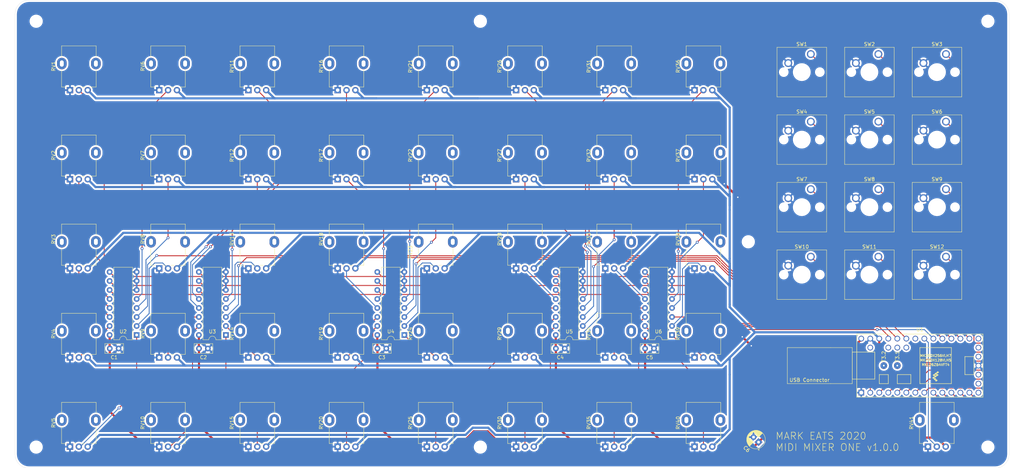
<source format=kicad_pcb>
(kicad_pcb (version 20171130) (host pcbnew "(5.1.5-0-10_14)")
  (title_block (title "MIDI Mixer One") (rev v1.0.0) (company "Mark Eats"))
  (layers (0 F.Cu signal) (31 B.Cu signal) (34 B.Paste user) (35 F.Paste user) (36 B.SilkS user) (37 F.SilkS user) (38 B.Mask user) (39 F.Mask user) (44 Edge.Cuts user))
  (net 0 "")
  (net 1 +5V)
  (net 2 GND)
  (net 3 +3V3)
  (net 4 /A5)
  (net 5 /D0)
  (net 6 /D1)
  (net 7 /D2)
  (net 8 /D3)
  (net 9 /D4)
  (net 10 /D5)
  (net 11 /D6)
  (net 12 /D7)
  (net 13 /D8)
  (net 14 /D9)
  (net 15 /D10)
  (net 16 /D11)
  (net 17 "Net-(U1-Pad37)")
  (net 18 "Net-(U1-Pad36)")
  (net 19 "Net-(U1-Pad35)")
  (net 20 "Net-(U1-Pad34)")
  (net 21 /S2)
  (net 22 /S1)
  (net 23 /S0)
  (net 24 /A4)
  (net 25 /A3)
  (net 26 /A2)
  (net 27 /A1)
  (net 28 /A0)
  (net 29 "Net-(U1-Pad14)")
  (net 30 "Net-(U1-Pad15)")
  (net 31 "Net-(U1-Pad16)")
  (net 32 "Net-(U1-Pad20)")
  (net 33 "Net-(U1-Pad19)")
  (net 34 "Net-(U1-Pad18)")
  (net 35 "Net-(U1-Pad27)")
  (net 36 /RV1)
  (net 37 /RV2)
  (net 38 /RV3)
  (net 39 /RV4)
  (net 40 /RV5)
  (net 41 /RV6)
  (net 42 /RV7)
  (net 43 /RV8)
  (net 44 /RV9)
  (net 45 /RV10)
  (net 46 /RV11)
  (net 47 /RV12)
  (net 48 /RV13)
  (net 49 /RV14)
  (net 50 /RV15)
  (net 51 /RV16)
  (net 52 /RV18)
  (net 53 /RV19)
  (net 54 /RV20)
  (net 55 /RV21)
  (net 56 /RV22)
  (net 57 /RV23)
  (net 58 /RV24)
  (net 59 /RV25)
  (net 60 /RV26)
  (net 61 /RV27)
  (net 62 /RV28)
  (net 63 /RV29)
  (net 64 /RV30)
  (net 65 /RV31)
  (net 66 /RV32)
  (net 67 /RV33)
  (net 68 /RV34)
  (net 69 /RV35)
  (net 70 /RV36)
  (net 71 /RV37)
  (net 72 /RV38)
  (net 73 /RV39)
  (net 74 /RV40)
  (net 75 /RV17)
  (module Button_Switch_Keyboard:SW_Cherry_MX_1.00u_PCB (layer F.Cu) (at 324.739 115.189)
    (fp_text reference SW9 (at -2.54 -2.794) (layer F.SilkS))
    (fp_text value SW_Push)
    (pad "" np_thru_hole circle (at 2.54 5.08) (size 1.7 1.7) (drill 1.7) (layers *.Cu *.Mask))
    (pad "" np_thru_hole circle (at -7.62 5.08) (size 1.7 1.7) (drill 1.7) (layers *.Cu *.Mask))
    (pad "" np_thru_hole circle (at -2.54 5.08) (size 4 4) (drill 4) (layers *.Cu *.Mask))
    (pad 2 thru_hole circle (at -6.35 2.54) (size 2.2 2.2) (drill 1.5) (layers *.Cu *.Mask) (net 2 GND))
    (pad 1 thru_hole circle (at 0 0) (size 2.2 2.2) (drill 1.5) (layers *.Cu *.Mask) (net 14 /D9))
  )
  (module Potentiometer_THT:Potentiometer_Alpha_RD901F-40-00D_Single_Vertical (layer F.Cu) (at 228.727 137.541 90)
    (fp_text reference RV33 (at 8.234 -4.64 270) (layer F.SilkS))
    (fp_text value R_POT_US)
    (pad 1 thru_hole rect (at 0 0 180) (size 1.8 1.8) (drill 1) (layers *.Cu *.Mask) (net 2 GND))
    (pad 2 thru_hole circle (at 0 2.5 180) (size 1.8 1.8) (drill 1) (layers *.Cu *.Mask) (net 67 /RV33))
    (pad 3 thru_hole circle (at 0 5 180) (size 1.8 1.8) (drill 1) (layers *.Cu *.Mask) (net 3 +3V3))
    (pad "" thru_hole oval (at 7.5 7.3 180) (size 2.72 3.24) (drill oval 1.1 1.8) (layers *.Cu *.Mask))
    (pad "" thru_hole oval (at 7.5 -2.3 180) (size 2.72 3.24) (drill oval 1.1 1.8) (layers *.Cu *.Mask))
  )
  (module Package_DIP:DIP-16_W7.62mm (layer F.Cu) (at 222.377 156.337 180)
    (fp_text reference U5 (at 3.81 0.972) (layer F.SilkS))
    (fp_text value 74HCT4051)
    (pad 16 thru_hole oval (at 7.62 0 180) (size 1.6 1.6) (drill 0.8) (layers *.Cu *.Mask) (net 1 +5V))
    (pad 8 thru_hole oval (at 0 17.78 180) (size 1.6 1.6) (drill 0.8) (layers *.Cu *.Mask) (net 2 GND))
    (pad 15 thru_hole oval (at 7.62 2.54 180) (size 1.6 1.6) (drill 0.8) (layers *.Cu *.Mask) (net 64 /RV30))
    (pad 7 thru_hole oval (at 0 15.24 180) (size 1.6 1.6) (drill 0.8) (layers *.Cu *.Mask) (net 2 GND))
    (pad 14 thru_hole oval (at 7.62 5.08 180) (size 1.6 1.6) (drill 0.8) (layers *.Cu *.Mask) (net 63 /RV29))
    (pad 6 thru_hole oval (at 0 12.7 180) (size 1.6 1.6) (drill 0.8) (layers *.Cu *.Mask) (net 2 GND))
    (pad 13 thru_hole oval (at 7.62 7.62 180) (size 1.6 1.6) (drill 0.8) (layers *.Cu *.Mask) (net 59 /RV25))
    (pad 5 thru_hole oval (at 0 10.16 180) (size 1.6 1.6) (drill 0.8) (layers *.Cu *.Mask) (net 61 /RV27))
    (pad 12 thru_hole oval (at 7.62 10.16 180) (size 1.6 1.6) (drill 0.8) (layers *.Cu *.Mask) (net 62 /RV28))
    (pad 4 thru_hole oval (at 0 7.62 180) (size 1.6 1.6) (drill 0.8) (layers *.Cu *.Mask) (net 60 /RV26))
    (pad 11 thru_hole oval (at 7.62 12.7 180) (size 1.6 1.6) (drill 0.8) (layers *.Cu *.Mask) (net 23 /S0))
    (pad 3 thru_hole oval (at 0 5.08 180) (size 1.6 1.6) (drill 0.8) (layers *.Cu *.Mask) (net 25 /A3))
    (pad 10 thru_hole oval (at 7.62 15.24 180) (size 1.6 1.6) (drill 0.8) (layers *.Cu *.Mask) (net 22 /S1))
    (pad 2 thru_hole oval (at 0 2.54 180) (size 1.6 1.6) (drill 0.8) (layers *.Cu *.Mask) (net 65 /RV31))
    (pad 9 thru_hole oval (at 7.62 17.78 180) (size 1.6 1.6) (drill 0.8) (layers *.Cu *.Mask) (net 21 /S2))
    (pad 1 thru_hole rect (at 0 0 180) (size 1.6 1.6) (drill 0.8) (layers *.Cu *.Mask) (net 66 /RV32))
  )
  (module Potentiometer_THT:Potentiometer_Alpha_RD901F-40-00D_Single_Vertical (layer F.Cu) (at 203.581 162.687 90)
    (fp_text reference RV29 (at 6.71 -4.64 270) (layer F.SilkS))
    (fp_text value R_POT_US)
    (pad 1 thru_hole rect (at 0 0 180) (size 1.8 1.8) (drill 1) (layers *.Cu *.Mask) (net 2 GND))
    (pad 2 thru_hole circle (at 0 2.5 180) (size 1.8 1.8) (drill 1) (layers *.Cu *.Mask) (net 63 /RV29))
    (pad 3 thru_hole circle (at 0 5 180) (size 1.8 1.8) (drill 1) (layers *.Cu *.Mask) (net 3 +3V3))
    (pad "" thru_hole oval (at 7.5 7.3 180) (size 2.72 3.24) (drill oval 1.1 1.8) (layers *.Cu *.Mask))
    (pad "" thru_hole oval (at 7.5 -2.3 180) (size 2.72 3.24) (drill oval 1.1 1.8) (layers *.Cu *.Mask))
  )
  (module Potentiometer_THT:Potentiometer_Alpha_RD901F-40-00D_Single_Vertical (layer F.Cu) (at 153.289 137.541 90)
    (fp_text reference RV18 (at 8.234 -4.64 270) (layer F.SilkS))
    (fp_text value R_POT_US)
    (pad 1 thru_hole rect (at 0 0 180) (size 1.8 1.8) (drill 1) (layers *.Cu *.Mask) (net 2 GND))
    (pad 2 thru_hole circle (at 0 2.5 180) (size 1.8 1.8) (drill 1) (layers *.Cu *.Mask) (net 52 /RV18))
    (pad 3 thru_hole circle (at 0 5 180) (size 1.8 1.8) (drill 1) (layers *.Cu *.Mask) (net 3 +3V3))
    (pad "" thru_hole oval (at 7.5 7.3 180) (size 2.72 3.24) (drill oval 1.1 1.8) (layers *.Cu *.Mask))
    (pad "" thru_hole oval (at 7.5 -2.3 180) (size 2.72 3.24) (drill oval 1.1 1.8) (layers *.Cu *.Mask))
  )
  (module Potentiometer_THT:Potentiometer_Alpha_RD901F-40-00D_Single_Vertical (layer F.Cu) (at 178.435 137.541 90)
    (fp_text reference RV23 (at 4.572 -4.64 270) (layer F.SilkS))
    (fp_text value R_POT_US)
    (pad 1 thru_hole rect (at 0 0 180) (size 1.8 1.8) (drill 1) (layers *.Cu *.Mask) (net 2 GND))
    (pad 2 thru_hole circle (at 0 2.5 180) (size 1.8 1.8) (drill 1) (layers *.Cu *.Mask) (net 57 /RV23))
    (pad 3 thru_hole circle (at 0 5 180) (size 1.8 1.8) (drill 1) (layers *.Cu *.Mask) (net 3 +3V3))
    (pad "" thru_hole oval (at 7.5 7.3 180) (size 2.72 3.24) (drill oval 1.1 1.8) (layers *.Cu *.Mask))
    (pad "" thru_hole oval (at 7.5 -2.3 180) (size 2.72 3.24) (drill oval 1.1 1.8) (layers *.Cu *.Mask))
  )
  (module Potentiometer_THT:Potentiometer_Alpha_RD901F-40-00D_Single_Vertical (layer F.Cu) (at 153.289 162.687 90)
    (fp_text reference RV19 (at 6.71 -4.64 270) (layer F.SilkS))
    (fp_text value R_POT_US)
    (pad 1 thru_hole rect (at 0 0 180) (size 1.8 1.8) (drill 1) (layers *.Cu *.Mask) (net 2 GND))
    (pad 2 thru_hole circle (at 0 2.5 180) (size 1.8 1.8) (drill 1) (layers *.Cu *.Mask) (net 53 /RV19))
    (pad 3 thru_hole circle (at 0 5 180) (size 1.8 1.8) (drill 1) (layers *.Cu *.Mask) (net 3 +3V3))
    (pad "" thru_hole oval (at 7.5 7.3 180) (size 2.72 3.24) (drill oval 1.1 1.8) (layers *.Cu *.Mask))
    (pad "" thru_hole oval (at 7.5 -2.3 180) (size 2.72 3.24) (drill oval 1.1 1.8) (layers *.Cu *.Mask))
  )
  (module Package_DIP:DIP-16_W7.62mm (layer F.Cu) (at 172.085 156.337 180)
    (fp_text reference U4 (at 3.81 0.972) (layer F.SilkS))
    (fp_text value 74HCT4051)
    (pad 16 thru_hole oval (at 7.62 0 180) (size 1.6 1.6) (drill 0.8) (layers *.Cu *.Mask) (net 1 +5V))
    (pad 8 thru_hole oval (at 0 17.78 180) (size 1.6 1.6) (drill 0.8) (layers *.Cu *.Mask) (net 2 GND))
    (pad 15 thru_hole oval (at 7.62 2.54 180) (size 1.6 1.6) (drill 0.8) (layers *.Cu *.Mask) (net 54 /RV20))
    (pad 7 thru_hole oval (at 0 15.24 180) (size 1.6 1.6) (drill 0.8) (layers *.Cu *.Mask) (net 2 GND))
    (pad 14 thru_hole oval (at 7.62 5.08 180) (size 1.6 1.6) (drill 0.8) (layers *.Cu *.Mask) (net 53 /RV19))
    (pad 6 thru_hole oval (at 0 12.7 180) (size 1.6 1.6) (drill 0.8) (layers *.Cu *.Mask) (net 2 GND))
    (pad 13 thru_hole oval (at 7.62 7.62 180) (size 1.6 1.6) (drill 0.8) (layers *.Cu *.Mask) (net 52 /RV18))
    (pad 5 thru_hole oval (at 0 10.16 180) (size 1.6 1.6) (drill 0.8) (layers *.Cu *.Mask) (net 55 /RV21))
    (pad 12 thru_hole oval (at 7.62 10.16 180) (size 1.6 1.6) (drill 0.8) (layers *.Cu *.Mask) (net 75 /RV17))
    (pad 4 thru_hole oval (at 0 7.62 180) (size 1.6 1.6) (drill 0.8) (layers *.Cu *.Mask) (net 56 /RV22))
    (pad 11 thru_hole oval (at 7.62 12.7 180) (size 1.6 1.6) (drill 0.8) (layers *.Cu *.Mask) (net 23 /S0))
    (pad 3 thru_hole oval (at 0 5.08 180) (size 1.6 1.6) (drill 0.8) (layers *.Cu *.Mask) (net 26 /A2))
    (pad 10 thru_hole oval (at 7.62 15.24 180) (size 1.6 1.6) (drill 0.8) (layers *.Cu *.Mask) (net 22 /S1))
    (pad 2 thru_hole oval (at 0 2.54 180) (size 1.6 1.6) (drill 0.8) (layers *.Cu *.Mask) (net 57 /RV23))
    (pad 9 thru_hole oval (at 7.62 17.78 180) (size 1.6 1.6) (drill 0.8) (layers *.Cu *.Mask) (net 21 /S2))
    (pad 1 thru_hole rect (at 0 0 180) (size 1.6 1.6) (drill 0.8) (layers *.Cu *.Mask) (net 58 /RV24))
  )
  (module Package_DIP:DIP-16_W7.62mm (layer F.Cu) (at 96.647 156.337 180)
    (fp_text reference U2 (at 3.81 0.972) (layer F.SilkS))
    (fp_text value 74HCT4051)
    (pad 16 thru_hole oval (at 7.62 0 180) (size 1.6 1.6) (drill 0.8) (layers *.Cu *.Mask) (net 1 +5V))
    (pad 8 thru_hole oval (at 0 17.78 180) (size 1.6 1.6) (drill 0.8) (layers *.Cu *.Mask) (net 2 GND))
    (pad 15 thru_hole oval (at 7.62 2.54 180) (size 1.6 1.6) (drill 0.8) (layers *.Cu *.Mask) (net 39 /RV4))
    (pad 7 thru_hole oval (at 0 15.24 180) (size 1.6 1.6) (drill 0.8) (layers *.Cu *.Mask) (net 2 GND))
    (pad 14 thru_hole oval (at 7.62 5.08 180) (size 1.6 1.6) (drill 0.8) (layers *.Cu *.Mask) (net 38 /RV3))
    (pad 6 thru_hole oval (at 0 12.7 180) (size 1.6 1.6) (drill 0.8) (layers *.Cu *.Mask) (net 2 GND))
    (pad 13 thru_hole oval (at 7.62 7.62 180) (size 1.6 1.6) (drill 0.8) (layers *.Cu *.Mask) (net 37 /RV2))
    (pad 5 thru_hole oval (at 0 10.16 180) (size 1.6 1.6) (drill 0.8) (layers *.Cu *.Mask) (net 41 /RV6))
    (pad 12 thru_hole oval (at 7.62 10.16 180) (size 1.6 1.6) (drill 0.8) (layers *.Cu *.Mask) (net 36 /RV1))
    (pad 4 thru_hole oval (at 0 7.62 180) (size 1.6 1.6) (drill 0.8) (layers *.Cu *.Mask) (net 42 /RV7))
    (pad 11 thru_hole oval (at 7.62 12.7 180) (size 1.6 1.6) (drill 0.8) (layers *.Cu *.Mask) (net 23 /S0))
    (pad 3 thru_hole oval (at 0 5.08 180) (size 1.6 1.6) (drill 0.8) (layers *.Cu *.Mask) (net 28 /A0))
    (pad 10 thru_hole oval (at 7.62 15.24 180) (size 1.6 1.6) (drill 0.8) (layers *.Cu *.Mask) (net 22 /S1))
    (pad 2 thru_hole oval (at 0 2.54 180) (size 1.6 1.6) (drill 0.8) (layers *.Cu *.Mask) (net 43 /RV8))
    (pad 9 thru_hole oval (at 7.62 17.78 180) (size 1.6 1.6) (drill 0.8) (layers *.Cu *.Mask) (net 21 /S2))
    (pad 1 thru_hole rect (at 0 0 180) (size 1.6 1.6) (drill 0.8) (layers *.Cu *.Mask) (net 40 /RV5))
  )
  (module Potentiometer_THT:Potentiometer_Alpha_RD901F-40-00D_Single_Vertical (layer F.Cu) (at 253.873 137.541 90)
    (fp_text reference RV38 (at 8.234 -4.64 270) (layer F.SilkS))
    (fp_text value R_POT_US)
    (pad 1 thru_hole rect (at 0 0 180) (size 1.8 1.8) (drill 1) (layers *.Cu *.Mask) (net 2 GND))
    (pad 2 thru_hole circle (at 0 2.5 180) (size 1.8 1.8) (drill 1) (layers *.Cu *.Mask) (net 72 /RV38))
    (pad 3 thru_hole circle (at 0 5 180) (size 1.8 1.8) (drill 1) (layers *.Cu *.Mask) (net 3 +3V3))
    (pad "" thru_hole oval (at 7.5 7.3 180) (size 2.72 3.24) (drill oval 1.1 1.8) (layers *.Cu *.Mask))
    (pad "" thru_hole oval (at 7.5 -2.3 180) (size 2.72 3.24) (drill oval 1.1 1.8) (layers *.Cu *.Mask))
  )
  (module MountingHole:MountingHole_2.7mm_M2.5 (layer F.Cu) (at 193.51 187.96)
    (fp_text reference REF** hide)
    (fp_text value MountingHole_2.7mm_M2.5)
    (pad 1 np_thru_hole circle (at 0 0) (size 2.7 2.7) (drill 2.7) (layers *.Cu *.Mask))
  )
  (module MountingHole:MountingHole_2.7mm_M2.5 (layer F.Cu) (at 193.51 67.818)
    (fp_text reference REF** hide)
    (fp_text value MountingHole_2.7mm_M2.5)
    (pad 1 np_thru_hole circle (at 0 0) (size 2.7 2.7) (drill 2.7) (layers *.Cu *.Mask))
  )
  (module Button_Switch_Keyboard:SW_Cherry_MX_1.00u_PCB (layer F.Cu) (at 324.739 134.239)
    (fp_text reference SW12 (at -2.54 -2.794) (layer F.SilkS))
    (fp_text value SW_Push)
    (pad "" np_thru_hole circle (at 2.54 5.08) (size 1.7 1.7) (drill 1.7) (layers *.Cu *.Mask))
    (pad "" np_thru_hole circle (at -7.62 5.08) (size 1.7 1.7) (drill 1.7) (layers *.Cu *.Mask))
    (pad "" np_thru_hole circle (at -2.54 5.08) (size 4 4) (drill 4) (layers *.Cu *.Mask))
    (pad 2 thru_hole circle (at -6.35 2.54) (size 2.2 2.2) (drill 1.5) (layers *.Cu *.Mask) (net 2 GND))
    (pad 1 thru_hole circle (at 0 0) (size 2.2 2.2) (drill 1.5) (layers *.Cu *.Mask) (net 15 /D10))
  )
  (module Capacitor_THT:C_Disc_D5.0mm_W2.5mm_P2.50mm (layer F.Cu) (at 167.005 160.147 180)
    (fp_text reference C3 (at 1.25 -2.5) (layer F.SilkS))
    (fp_text value 0.1uF)
    (pad 2 thru_hole circle (at 2.5 0 180) (size 1.6 1.6) (drill 0.8) (layers *.Cu *.Mask) (net 1 +5V))
    (pad 1 thru_hole circle (at 0 0 180) (size 1.6 1.6) (drill 0.8) (layers *.Cu *.Mask) (net 2 GND))
  )
  (module Capacitor_THT:C_Disc_D5.0mm_W2.5mm_P2.50mm (layer F.Cu) (at 116.713 160.147 180)
    (fp_text reference C2 (at 1.25 -2.5) (layer F.SilkS))
    (fp_text value 0.1uF)
    (pad 2 thru_hole circle (at 2.5 0 180) (size 1.6 1.6) (drill 0.8) (layers *.Cu *.Mask) (net 1 +5V))
    (pad 1 thru_hole circle (at 0 0 180) (size 1.6 1.6) (drill 0.8) (layers *.Cu *.Mask) (net 2 GND))
  )
  (module Capacitor_THT:C_Disc_D5.0mm_W2.5mm_P2.50mm (layer F.Cu) (at 91.567 160.147 180)
    (fp_text reference C1 (at 1.25 -2.5) (layer F.SilkS))
    (fp_text value 0.1uF)
    (pad 2 thru_hole circle (at 2.5 0 180) (size 1.6 1.6) (drill 0.8) (layers *.Cu *.Mask) (net 1 +5V))
    (pad 1 thru_hole circle (at 0 0 180) (size 1.6 1.6) (drill 0.8) (layers *.Cu *.Mask) (net 2 GND))
  )
  (module Capacitor_THT:C_Disc_D5.0mm_W2.5mm_P2.50mm (layer F.Cu) (at 242.443 160.147 180)
    (fp_text reference C5 (at 1.25 -2.5) (layer F.SilkS))
    (fp_text value 0.1uF)
    (pad 2 thru_hole circle (at 2.5 0 180) (size 1.6 1.6) (drill 0.8) (layers *.Cu *.Mask) (net 1 +5V))
    (pad 1 thru_hole circle (at 0 0 180) (size 1.6 1.6) (drill 0.8) (layers *.Cu *.Mask) (net 2 GND))
  )
  (module Capacitor_THT:C_Disc_D5.0mm_W2.5mm_P2.50mm (layer F.Cu) (at 217.297 160.147 180)
    (fp_text reference C4 (at 1.25 -2.5) (layer F.SilkS))
    (fp_text value 0.1uF)
    (pad 2 thru_hole circle (at 2.5 0 180) (size 1.6 1.6) (drill 0.8) (layers *.Cu *.Mask) (net 1 +5V))
    (pad 1 thru_hole circle (at 0 0 180) (size 1.6 1.6) (drill 0.8) (layers *.Cu *.Mask) (net 2 GND))
  )
  (module Capacitor_THT:CP_Radial_D5.0mm_P2.00mm (layer F.Cu) (at 271.907 186.563 135)
    (fp_text reference C6 (at 1 -3.75 135) (layer F.SilkS))
    (fp_text value 47uF)
    (pad 2 thru_hole circle (at 2 0 135) (size 1.6 1.6) (drill 0.8) (layers *.Cu *.Mask) (net 2 GND))
    (pad 1 thru_hole rect (at 0 0 135) (size 1.6 1.6) (drill 0.8) (layers *.Cu *.Mask) (net 1 +5V))
  )
  (module Teensy:Teensy30_31_32_LC (layer F.Cu) (at 317.373 164.973)
    (fp_text reference U1 (at 0 -10.16) (layer F.SilkS))
    (fp_text value Teensy-LC)
    (fp_text user MK20DX128VLH5 (at 4.445 -1.524) (layer F.SilkS) (effects (font (size 0.7 0.7))))
    (fp_text user MKL26Z64VFT4 (at 4.445 -0.254) (layer F.SilkS) (effects (font (size 0.7 0.7))))
    (fp_text user MK20DX256VLH7 (at 4.445 -2.794) (layer F.SilkS) (effects (font (size 0.7 0.7))))
    (fp_text user T3.1 (at -6.35 -2.54 90) (layer F.SilkS))
    (fp_text user T3.2 (at -10.16 -2.54 90) (layer F.SilkS))
    (pad 52 thru_hole circle (at -10.16 0) (size 1.9 1.9) (drill 0.5) (layers *.Cu *.Mask))
    (pad 52 thru_hole circle (at -6.35 0) (size 1.9 1.9) (drill 0.5) (layers *.Cu *.Mask))
    (pad 1 thru_hole rect (at -16.51 7.62) (size 1.6 1.6) (drill 1.1) (layers *.Cu *.Mask) (net 2 GND))
    (pad 2 thru_hole circle (at -13.97 7.62) (size 1.6 1.6) (drill 1.1) (layers *.Cu *.Mask) (net 5 /D0))
    (pad 3 thru_hole circle (at -11.43 7.62) (size 1.6 1.6) (drill 1.1) (layers *.Cu *.Mask) (net 6 /D1))
    (pad 4 thru_hole circle (at -8.89 7.62) (size 1.6 1.6) (drill 1.1) (layers *.Cu *.Mask) (net 7 /D2))
    (pad 5 thru_hole circle (at -6.35 7.62) (size 1.6 1.6) (drill 1.1) (layers *.Cu *.Mask) (net 8 /D3))
    (pad 6 thru_hole circle (at -3.81 7.62) (size 1.6 1.6) (drill 1.1) (layers *.Cu *.Mask) (net 9 /D4))
    (pad 7 thru_hole circle (at -1.27 7.62) (size 1.6 1.6) (drill 1.1) (layers *.Cu *.Mask) (net 10 /D5))
    (pad 8 thru_hole circle (at 1.27 7.62) (size 1.6 1.6) (drill 1.1) (layers *.Cu *.Mask) (net 11 /D6))
    (pad 9 thru_hole circle (at 3.81 7.62) (size 1.6 1.6) (drill 1.1) (layers *.Cu *.Mask) (net 12 /D7))
    (pad 10 thru_hole circle (at 6.35 7.62) (size 1.6 1.6) (drill 1.1) (layers *.Cu *.Mask) (net 13 /D8))
    (pad 11 thru_hole circle (at 8.89 7.62) (size 1.6 1.6) (drill 1.1) (layers *.Cu *.Mask) (net 14 /D9))
    (pad 12 thru_hole circle (at 11.43 7.62) (size 1.6 1.6) (drill 1.1) (layers *.Cu *.Mask) (net 15 /D10))
    (pad 13 thru_hole circle (at 13.97 7.62) (size 1.6 1.6) (drill 1.1) (layers *.Cu *.Mask) (net 16 /D11))
    (pad 37 thru_hole circle (at -3.81 -5.08) (size 1.6 1.6) (drill 1.1) (layers *.Cu *.Mask) (net 17 "Net-(U1-Pad37)"))
    (pad 36 thru_hole circle (at -6.35 -5.08) (size 1.6 1.6) (drill 1.1) (layers *.Cu *.Mask) (net 18 "Net-(U1-Pad36)"))
    (pad 35 thru_hole circle (at -8.89 -5.08) (size 1.6 1.6) (drill 1.1) (layers *.Cu *.Mask) (net 19 "Net-(U1-Pad35)"))
    (pad 34 thru_hole circle (at -13.97 -5.08) (size 1.6 1.6) (drill 1.1) (layers *.Cu *.Mask) (net 20 "Net-(U1-Pad34)"))
    (pad 33 thru_hole circle (at -16.51 -7.62) (size 1.6 1.6) (drill 1.1) (layers *.Cu *.Mask) (net 1 +5V))
    (pad 32 thru_hole circle (at -13.97 -7.62) (size 1.6 1.6) (drill 1.1) (layers *.Cu *.Mask) (net 2 GND))
    (pad 31 thru_hole circle (at -11.43 -7.62) (size 1.6 1.6) (drill 1.1) (layers *.Cu *.Mask) (net 3 +3V3))
    (pad 30 thru_hole circle (at -8.89 -7.62) (size 1.6 1.6) (drill 1.1) (layers *.Cu *.Mask) (net 23 /S0))
    (pad 29 thru_hole circle (at -6.35 -7.62) (size 1.6 1.6) (drill 1.1) (layers *.Cu *.Mask) (net 22 /S1))
    (pad 28 thru_hole circle (at -3.81 -7.62) (size 1.6 1.6) (drill 1.1) (layers *.Cu *.Mask) (net 21 /S2))
    (pad 27 thru_hole circle (at -1.27 -7.62) (size 1.6 1.6) (drill 1.1) (layers *.Cu *.Mask) (net 35 "Net-(U1-Pad27)"))
    (pad 26 thru_hole circle (at 1.27 -7.62) (size 1.6 1.6) (drill 1.1) (layers *.Cu *.Mask) (net 4 /A5))
    (pad 25 thru_hole circle (at 3.81 -7.62) (size 1.6 1.6) (drill 1.1) (layers *.Cu *.Mask) (net 24 /A4))
    (pad 24 thru_hole circle (at 6.35 -7.62) (size 1.6 1.6) (drill 1.1) (layers *.Cu *.Mask) (net 25 /A3))
    (pad 23 thru_hole circle (at 8.89 -7.62) (size 1.6 1.6) (drill 1.1) (layers *.Cu *.Mask) (net 26 /A2))
    (pad 22 thru_hole circle (at 11.43 -7.62) (size 1.6 1.6) (drill 1.1) (layers *.Cu *.Mask) (net 27 /A1))
    (pad 21 thru_hole circle (at 13.97 -7.62) (size 1.6 1.6) (drill 1.1) (layers *.Cu *.Mask) (net 28 /A0))
    (pad 14 thru_hole circle (at 16.51 7.62) (size 1.6 1.6) (drill 1.1) (layers *.Cu *.Mask) (net 29 "Net-(U1-Pad14)"))
    (pad 15 thru_hole circle (at 16.51 5.08) (size 1.6 1.6) (drill 1.1) (layers *.Cu *.Mask) (net 30 "Net-(U1-Pad15)"))
    (pad 16 thru_hole circle (at 16.51 2.54) (size 1.6 1.6) (drill 1.1) (layers *.Cu *.Mask) (net 31 "Net-(U1-Pad16)"))
    (pad 20 thru_hole circle (at 16.51 -7.62) (size 1.6 1.6) (drill 1.1) (layers *.Cu *.Mask) (net 32 "Net-(U1-Pad20)"))
    (pad 19 thru_hole circle (at 16.51 -5.08) (size 1.6 1.6) (drill 1.1) (layers *.Cu *.Mask) (net 33 "Net-(U1-Pad19)"))
    (pad 18 thru_hole circle (at 16.51 -2.54) (size 1.6 1.6) (drill 1.1) (layers *.Cu *.Mask) (net 34 "Net-(U1-Pad18)"))
    (pad 17 thru_hole circle (at 16.51 0) (size 1.6 1.6) (drill 1.1) (layers *.Cu *.Mask) (net 2 GND))
  )
  (module MountingHole:MountingHole_2.7mm_M2.5 (layer F.Cu) (at 269.025 130.041)
    (fp_text reference REF** hide)
    (fp_text value MountingHole_2.7mm_M2.5)
    (pad 1 np_thru_hole circle (at 0 0) (size 2.7 2.7) (drill 2.7) (layers *.Cu *.Mask))
  )
  (module MountingHole:MountingHole_2.7mm_M2.5 (layer F.Cu) (at 336.55 67.818)
    (fp_text reference REF** hide)
    (fp_text value MountingHole_2.7mm_M2.5)
    (pad 1 np_thru_hole circle (at 0 0) (size 2.7 2.7) (drill 2.7) (layers *.Cu *.Mask))
  )
  (module MountingHole:MountingHole_2.7mm_M2.5 (layer F.Cu) (at 336.55 187.96)
    (fp_text reference REF** hide)
    (fp_text value MountingHole_2.7mm_M2.5)
    (pad 1 np_thru_hole circle (at 0 0) (size 2.7 2.7) (drill 2.7) (layers *.Cu *.Mask))
  )
  (module MountingHole:MountingHole_2.7mm_M2.5 (layer F.Cu) (at 68.326 187.96)
    (fp_text reference REF** hide)
    (fp_text value MountingHole_2.7mm_M2.5)
    (pad 1 np_thru_hole circle (at 0 0) (size 2.7 2.7) (drill 2.7) (layers *.Cu *.Mask))
  )
  (module MountingHole:MountingHole_2.7mm_M2.5 (layer F.Cu) (at 68.326 67.818)
    (fp_text reference REF** hide)
    (fp_text value MountingHole_2.7mm_M2.5)
    (pad 1 np_thru_hole circle (at 0 0) (size 2.7 2.7) (drill 2.7) (layers *.Cu *.Mask))
  )
  (module Package_DIP:DIP-16_W7.62mm (layer F.Cu) (at 247.523 156.337 180)
    (fp_text reference U6 (at 3.81 0.972) (layer F.SilkS))
    (fp_text value 74HCT4051)
    (pad 16 thru_hole oval (at 7.62 0 180) (size 1.6 1.6) (drill 0.8) (layers *.Cu *.Mask) (net 1 +5V))
    (pad 8 thru_hole oval (at 0 17.78 180) (size 1.6 1.6) (drill 0.8) (layers *.Cu *.Mask) (net 2 GND))
    (pad 15 thru_hole oval (at 7.62 2.54 180) (size 1.6 1.6) (drill 0.8) (layers *.Cu *.Mask) (net 74 /RV40))
    (pad 7 thru_hole oval (at 0 15.24 180) (size 1.6 1.6) (drill 0.8) (layers *.Cu *.Mask) (net 2 GND))
    (pad 14 thru_hole oval (at 7.62 5.08 180) (size 1.6 1.6) (drill 0.8) (layers *.Cu *.Mask) (net 69 /RV35))
    (pad 6 thru_hole oval (at 0 12.7 180) (size 1.6 1.6) (drill 0.8) (layers *.Cu *.Mask) (net 2 GND))
    (pad 13 thru_hole oval (at 7.62 7.62 180) (size 1.6 1.6) (drill 0.8) (layers *.Cu *.Mask) (net 68 /RV34))
    (pad 5 thru_hole oval (at 0 10.16 180) (size 1.6 1.6) (drill 0.8) (layers *.Cu *.Mask) (net 70 /RV36))
    (pad 12 thru_hole oval (at 7.62 10.16 180) (size 1.6 1.6) (drill 0.8) (layers *.Cu *.Mask) (net 67 /RV33))
    (pad 4 thru_hole oval (at 0 7.62 180) (size 1.6 1.6) (drill 0.8) (layers *.Cu *.Mask) (net 71 /RV37))
    (pad 11 thru_hole oval (at 7.62 12.7 180) (size 1.6 1.6) (drill 0.8) (layers *.Cu *.Mask) (net 23 /S0))
    (pad 3 thru_hole oval (at 0 5.08 180) (size 1.6 1.6) (drill 0.8) (layers *.Cu *.Mask) (net 24 /A4))
    (pad 10 thru_hole oval (at 7.62 15.24 180) (size 1.6 1.6) (drill 0.8) (layers *.Cu *.Mask) (net 22 /S1))
    (pad 2 thru_hole oval (at 0 2.54 180) (size 1.6 1.6) (drill 0.8) (layers *.Cu *.Mask) (net 72 /RV38))
    (pad 9 thru_hole oval (at 7.62 17.78 180) (size 1.6 1.6) (drill 0.8) (layers *.Cu *.Mask) (net 21 /S2))
    (pad 1 thru_hole rect (at 0 0 180) (size 1.6 1.6) (drill 0.8) (layers *.Cu *.Mask) (net 73 /RV39))
  )
  (module Button_Switch_Keyboard:SW_Cherry_MX_1.00u_PCB (layer F.Cu) (at 305.689 134.239)
    (fp_text reference SW11 (at -2.54 -2.794) (layer F.SilkS))
    (fp_text value SW_Push)
    (pad "" np_thru_hole circle (at 2.54 5.08) (size 1.7 1.7) (drill 1.7) (layers *.Cu *.Mask))
    (pad "" np_thru_hole circle (at -7.62 5.08) (size 1.7 1.7) (drill 1.7) (layers *.Cu *.Mask))
    (pad "" np_thru_hole circle (at -2.54 5.08) (size 4 4) (drill 4) (layers *.Cu *.Mask))
    (pad 2 thru_hole circle (at -6.35 2.54) (size 2.2 2.2) (drill 1.5) (layers *.Cu *.Mask) (net 2 GND))
    (pad 1 thru_hole circle (at 0 0) (size 2.2 2.2) (drill 1.5) (layers *.Cu *.Mask) (net 9 /D4))
  )
  (module Button_Switch_Keyboard:SW_Cherry_MX_1.00u_PCB (layer F.Cu) (at 286.639 115.189)
    (fp_text reference SW7 (at -2.54 -2.794) (layer F.SilkS))
    (fp_text value SW_Push)
    (pad "" np_thru_hole circle (at 2.54 5.08) (size 1.7 1.7) (drill 1.7) (layers *.Cu *.Mask))
    (pad "" np_thru_hole circle (at -7.62 5.08) (size 1.7 1.7) (drill 1.7) (layers *.Cu *.Mask))
    (pad "" np_thru_hole circle (at -2.54 5.08) (size 4 4) (drill 4) (layers *.Cu *.Mask))
    (pad 2 thru_hole circle (at -6.35 2.54) (size 2.2 2.2) (drill 1.5) (layers *.Cu *.Mask) (net 2 GND))
    (pad 1 thru_hole circle (at 0 0) (size 2.2 2.2) (drill 1.5) (layers *.Cu *.Mask) (net 6 /D1))
  )
  (module Button_Switch_Keyboard:SW_Cherry_MX_1.00u_PCB (layer F.Cu) (at 286.639 134.239)
    (fp_text reference SW10 (at -2.54 -2.794) (layer F.SilkS))
    (fp_text value SW_Push)
    (pad "" np_thru_hole circle (at 2.54 5.08) (size 1.7 1.7) (drill 1.7) (layers *.Cu *.Mask))
    (pad "" np_thru_hole circle (at -7.62 5.08) (size 1.7 1.7) (drill 1.7) (layers *.Cu *.Mask))
    (pad "" np_thru_hole circle (at -2.54 5.08) (size 4 4) (drill 4) (layers *.Cu *.Mask))
    (pad 2 thru_hole circle (at -6.35 2.54) (size 2.2 2.2) (drill 1.5) (layers *.Cu *.Mask) (net 2 GND))
    (pad 1 thru_hole circle (at 0 0) (size 2.2 2.2) (drill 1.5) (layers *.Cu *.Mask) (net 5 /D0))
  )
  (module Potentiometer_THT:Potentiometer_Alpha_RD901F-40-00D_Single_Vertical (layer F.Cu) (at 153.289 187.833 90)
    (fp_text reference RV20 (at 6.71 -4.64 270) (layer F.SilkS))
    (fp_text value R_POT_US)
    (pad 1 thru_hole rect (at 0 0 180) (size 1.8 1.8) (drill 1) (layers *.Cu *.Mask) (net 2 GND))
    (pad 2 thru_hole circle (at 0 2.5 180) (size 1.8 1.8) (drill 1) (layers *.Cu *.Mask) (net 54 /RV20))
    (pad 3 thru_hole circle (at 0 5 180) (size 1.8 1.8) (drill 1) (layers *.Cu *.Mask) (net 3 +3V3))
    (pad "" thru_hole oval (at 7.5 7.3 180) (size 2.72 3.24) (drill oval 1.1 1.8) (layers *.Cu *.Mask))
    (pad "" thru_hole oval (at 7.5 -2.3 180) (size 2.72 3.24) (drill oval 1.1 1.8) (layers *.Cu *.Mask))
  )
  (module Package_DIP:DIP-16_W7.62mm (layer F.Cu) (at 121.793 156.337 180)
    (fp_text reference U3 (at 3.81 0.972) (layer F.SilkS))
    (fp_text value 74HCT4051)
    (pad 16 thru_hole oval (at 7.62 0 180) (size 1.6 1.6) (drill 0.8) (layers *.Cu *.Mask) (net 1 +5V))
    (pad 8 thru_hole oval (at 0 17.78 180) (size 1.6 1.6) (drill 0.8) (layers *.Cu *.Mask) (net 2 GND))
    (pad 15 thru_hole oval (at 7.62 2.54 180) (size 1.6 1.6) (drill 0.8) (layers *.Cu *.Mask) (net 45 /RV10))
    (pad 7 thru_hole oval (at 0 15.24 180) (size 1.6 1.6) (drill 0.8) (layers *.Cu *.Mask) (net 2 GND))
    (pad 14 thru_hole oval (at 7.62 5.08 180) (size 1.6 1.6) (drill 0.8) (layers *.Cu *.Mask) (net 44 /RV9))
    (pad 6 thru_hole oval (at 0 12.7 180) (size 1.6 1.6) (drill 0.8) (layers *.Cu *.Mask) (net 2 GND))
    (pad 13 thru_hole oval (at 7.62 7.62 180) (size 1.6 1.6) (drill 0.8) (layers *.Cu *.Mask) (net 47 /RV12))
    (pad 5 thru_hole oval (at 0 10.16 180) (size 1.6 1.6) (drill 0.8) (layers *.Cu *.Mask) (net 51 /RV16))
    (pad 12 thru_hole oval (at 7.62 10.16 180) (size 1.6 1.6) (drill 0.8) (layers *.Cu *.Mask) (net 46 /RV11))
    (pad 4 thru_hole oval (at 0 7.62 180) (size 1.6 1.6) (drill 0.8) (layers *.Cu *.Mask) (net 48 /RV13))
    (pad 11 thru_hole oval (at 7.62 12.7 180) (size 1.6 1.6) (drill 0.8) (layers *.Cu *.Mask) (net 23 /S0))
    (pad 3 thru_hole oval (at 0 5.08 180) (size 1.6 1.6) (drill 0.8) (layers *.Cu *.Mask) (net 27 /A1))
    (pad 10 thru_hole oval (at 7.62 15.24 180) (size 1.6 1.6) (drill 0.8) (layers *.Cu *.Mask) (net 22 /S1))
    (pad 2 thru_hole oval (at 0 2.54 180) (size 1.6 1.6) (drill 0.8) (layers *.Cu *.Mask) (net 49 /RV14))
    (pad 9 thru_hole oval (at 7.62 17.78 180) (size 1.6 1.6) (drill 0.8) (layers *.Cu *.Mask) (net 21 /S2))
    (pad 1 thru_hole rect (at 0 0 180) (size 1.6 1.6) (drill 0.8) (layers *.Cu *.Mask) (net 50 /RV15))
  )
  (module Button_Switch_Keyboard:SW_Cherry_MX_1.00u_PCB (layer F.Cu) (at 305.689 115.189)
    (fp_text reference SW8 (at -2.54 -2.794) (layer F.SilkS))
    (fp_text value SW_Push)
    (pad "" np_thru_hole circle (at 2.54 5.08) (size 1.7 1.7) (drill 1.7) (layers *.Cu *.Mask))
    (pad "" np_thru_hole circle (at -7.62 5.08) (size 1.7 1.7) (drill 1.7) (layers *.Cu *.Mask))
    (pad "" np_thru_hole circle (at -2.54 5.08) (size 4 4) (drill 4) (layers *.Cu *.Mask))
    (pad 2 thru_hole circle (at -6.35 2.54) (size 2.2 2.2) (drill 1.5) (layers *.Cu *.Mask) (net 2 GND))
    (pad 1 thru_hole circle (at 0 0) (size 2.2 2.2) (drill 1.5) (layers *.Cu *.Mask) (net 10 /D5))
  )
  (module Button_Switch_Keyboard:SW_Cherry_MX_1.00u_PCB (layer F.Cu) (at 324.739 96.139)
    (fp_text reference SW6 (at -2.54 -2.794) (layer F.SilkS))
    (fp_text value SW_Push)
    (pad "" np_thru_hole circle (at 2.54 5.08) (size 1.7 1.7) (drill 1.7) (layers *.Cu *.Mask))
    (pad "" np_thru_hole circle (at -7.62 5.08) (size 1.7 1.7) (drill 1.7) (layers *.Cu *.Mask))
    (pad "" np_thru_hole circle (at -2.54 5.08) (size 4 4) (drill 4) (layers *.Cu *.Mask))
    (pad 2 thru_hole circle (at -6.35 2.54) (size 2.2 2.2) (drill 1.5) (layers *.Cu *.Mask) (net 2 GND))
    (pad 1 thru_hole circle (at 0 0) (size 2.2 2.2) (drill 1.5) (layers *.Cu *.Mask) (net 13 /D8))
  )
  (module Button_Switch_Keyboard:SW_Cherry_MX_1.00u_PCB (layer F.Cu) (at 305.689 96.139)
    (fp_text reference SW5 (at -2.54 -2.794) (layer F.SilkS))
    (fp_text value SW_Push)
    (pad "" np_thru_hole circle (at 2.54 5.08) (size 1.7 1.7) (drill 1.7) (layers *.Cu *.Mask))
    (pad "" np_thru_hole circle (at -7.62 5.08) (size 1.7 1.7) (drill 1.7) (layers *.Cu *.Mask))
    (pad "" np_thru_hole circle (at -2.54 5.08) (size 4 4) (drill 4) (layers *.Cu *.Mask))
    (pad 2 thru_hole circle (at -6.35 2.54) (size 2.2 2.2) (drill 1.5) (layers *.Cu *.Mask) (net 2 GND))
    (pad 1 thru_hole circle (at 0 0) (size 2.2 2.2) (drill 1.5) (layers *.Cu *.Mask) (net 11 /D6))
  )
  (module Button_Switch_Keyboard:SW_Cherry_MX_1.00u_PCB (layer F.Cu) (at 286.639 96.139)
    (fp_text reference SW4 (at -2.54 -2.794) (layer F.SilkS))
    (fp_text value SW_Push)
    (pad "" np_thru_hole circle (at 2.54 5.08) (size 1.7 1.7) (drill 1.7) (layers *.Cu *.Mask))
    (pad "" np_thru_hole circle (at -7.62 5.08) (size 1.7 1.7) (drill 1.7) (layers *.Cu *.Mask))
    (pad "" np_thru_hole circle (at -2.54 5.08) (size 4 4) (drill 4) (layers *.Cu *.Mask))
    (pad 2 thru_hole circle (at -6.35 2.54) (size 2.2 2.2) (drill 1.5) (layers *.Cu *.Mask) (net 2 GND))
    (pad 1 thru_hole circle (at 0 0) (size 2.2 2.2) (drill 1.5) (layers *.Cu *.Mask) (net 7 /D2))
  )
  (module Button_Switch_Keyboard:SW_Cherry_MX_1.00u_PCB (layer F.Cu) (at 324.739 77.089)
    (fp_text reference SW3 (at -2.54 -2.794) (layer F.SilkS))
    (fp_text value SW_Push)
    (pad "" np_thru_hole circle (at 2.54 5.08) (size 1.7 1.7) (drill 1.7) (layers *.Cu *.Mask))
    (pad "" np_thru_hole circle (at -7.62 5.08) (size 1.7 1.7) (drill 1.7) (layers *.Cu *.Mask))
    (pad "" np_thru_hole circle (at -2.54 5.08) (size 4 4) (drill 4) (layers *.Cu *.Mask))
    (pad 2 thru_hole circle (at -6.35 2.54) (size 2.2 2.2) (drill 1.5) (layers *.Cu *.Mask) (net 2 GND))
    (pad 1 thru_hole circle (at 0 0) (size 2.2 2.2) (drill 1.5) (layers *.Cu *.Mask) (net 12 /D7))
  )
  (module Button_Switch_Keyboard:SW_Cherry_MX_1.00u_PCB (layer F.Cu) (at 305.689 77.089)
    (fp_text reference SW2 (at -2.54 -2.794) (layer F.SilkS))
    (fp_text value SW_Push)
    (pad "" np_thru_hole circle (at 2.54 5.08) (size 1.7 1.7) (drill 1.7) (layers *.Cu *.Mask))
    (pad "" np_thru_hole circle (at -7.62 5.08) (size 1.7 1.7) (drill 1.7) (layers *.Cu *.Mask))
    (pad "" np_thru_hole circle (at -2.54 5.08) (size 4 4) (drill 4) (layers *.Cu *.Mask))
    (pad 2 thru_hole circle (at -6.35 2.54) (size 2.2 2.2) (drill 1.5) (layers *.Cu *.Mask) (net 2 GND))
    (pad 1 thru_hole circle (at 0 0) (size 2.2 2.2) (drill 1.5) (layers *.Cu *.Mask) (net 16 /D11))
  )
  (module Button_Switch_Keyboard:SW_Cherry_MX_1.00u_PCB (layer F.Cu) (at 286.639 77.089)
    (fp_text reference SW1 (at -2.54 -2.794) (layer F.SilkS))
    (fp_text value SW_Push)
    (pad "" np_thru_hole circle (at 2.54 5.08) (size 1.7 1.7) (drill 1.7) (layers *.Cu *.Mask))
    (pad "" np_thru_hole circle (at -7.62 5.08) (size 1.7 1.7) (drill 1.7) (layers *.Cu *.Mask))
    (pad "" np_thru_hole circle (at -2.54 5.08) (size 4 4) (drill 4) (layers *.Cu *.Mask))
    (pad 2 thru_hole circle (at -6.35 2.54) (size 2.2 2.2) (drill 1.5) (layers *.Cu *.Mask) (net 2 GND))
    (pad 1 thru_hole circle (at 0 0) (size 2.2 2.2) (drill 1.5) (layers *.Cu *.Mask) (net 8 /D3))
  )
  (module Potentiometer_THT:Potentiometer_Alpha_RD901F-40-00D_Single_Vertical (layer F.Cu) (at 319.659 187.833 90)
    (fp_text reference RV41 (at 6.71 -4.64 270) (layer F.SilkS))
    (fp_text value R_POT_US)
    (pad "" thru_hole oval (at 7.5 -2.3 180) (size 2.72 3.24) (drill oval 1.1 1.8) (layers *.Cu *.Mask))
    (pad "" thru_hole oval (at 7.5 7.3 180) (size 2.72 3.24) (drill oval 1.1 1.8) (layers *.Cu *.Mask))
    (pad 3 thru_hole circle (at 0 5 180) (size 1.8 1.8) (drill 1) (layers *.Cu *.Mask) (net 3 +3V3))
    (pad 2 thru_hole circle (at 0 2.5 180) (size 1.8 1.8) (drill 1) (layers *.Cu *.Mask) (net 4 /A5))
    (pad 1 thru_hole rect (at 0 0 180) (size 1.8 1.8) (drill 1) (layers *.Cu *.Mask) (net 2 GND))
  )
  (module Potentiometer_THT:Potentiometer_Alpha_RD901F-40-00D_Single_Vertical (layer F.Cu) (at 253.873 187.833 90)
    (fp_text reference RV40 (at 6.71 -4.64 270) (layer F.SilkS))
    (fp_text value R_POT_US)
    (pad 1 thru_hole rect (at 0 0 180) (size 1.8 1.8) (drill 1) (layers *.Cu *.Mask) (net 2 GND))
    (pad 2 thru_hole circle (at 0 2.5 180) (size 1.8 1.8) (drill 1) (layers *.Cu *.Mask) (net 74 /RV40))
    (pad 3 thru_hole circle (at 0 5 180) (size 1.8 1.8) (drill 1) (layers *.Cu *.Mask) (net 3 +3V3))
    (pad "" thru_hole oval (at 7.5 7.3 180) (size 2.72 3.24) (drill oval 1.1 1.8) (layers *.Cu *.Mask))
    (pad "" thru_hole oval (at 7.5 -2.3 180) (size 2.72 3.24) (drill oval 1.1 1.8) (layers *.Cu *.Mask))
  )
  (module Potentiometer_THT:Potentiometer_Alpha_RD901F-40-00D_Single_Vertical (layer F.Cu) (at 253.873 162.687 90)
    (fp_text reference RV39 (at 6.71 -4.64 270) (layer F.SilkS))
    (fp_text value R_POT_US)
    (pad 1 thru_hole rect (at 0 0 180) (size 1.8 1.8) (drill 1) (layers *.Cu *.Mask) (net 2 GND))
    (pad 2 thru_hole circle (at 0 2.5 180) (size 1.8 1.8) (drill 1) (layers *.Cu *.Mask) (net 73 /RV39))
    (pad 3 thru_hole circle (at 0 5 180) (size 1.8 1.8) (drill 1) (layers *.Cu *.Mask) (net 3 +3V3))
    (pad "" thru_hole oval (at 7.5 7.3 180) (size 2.72 3.24) (drill oval 1.1 1.8) (layers *.Cu *.Mask))
    (pad "" thru_hole oval (at 7.5 -2.3 180) (size 2.72 3.24) (drill oval 1.1 1.8) (layers *.Cu *.Mask))
  )
  (module Potentiometer_THT:Potentiometer_Alpha_RD901F-40-00D_Single_Vertical (layer F.Cu) (at 253.873 112.395 90)
    (fp_text reference RV37 (at 6.71 -4.64 270) (layer F.SilkS))
    (fp_text value R_POT_US)
    (pad 1 thru_hole rect (at 0 0 180) (size 1.8 1.8) (drill 1) (layers *.Cu *.Mask) (net 2 GND))
    (pad 2 thru_hole circle (at 0 2.5 180) (size 1.8 1.8) (drill 1) (layers *.Cu *.Mask) (net 71 /RV37))
    (pad 3 thru_hole circle (at 0 5 180) (size 1.8 1.8) (drill 1) (layers *.Cu *.Mask) (net 3 +3V3))
    (pad "" thru_hole oval (at 7.5 7.3 180) (size 2.72 3.24) (drill oval 1.1 1.8) (layers *.Cu *.Mask))
    (pad "" thru_hole oval (at 7.5 -2.3 180) (size 2.72 3.24) (drill oval 1.1 1.8) (layers *.Cu *.Mask))
  )
  (module Potentiometer_THT:Potentiometer_Alpha_RD901F-40-00D_Single_Vertical (layer F.Cu) (at 253.873 87.249 90)
    (fp_text reference RV36 (at 6.71 -4.64 270) (layer F.SilkS))
    (fp_text value R_POT_US)
    (pad 1 thru_hole rect (at 0 0 180) (size 1.8 1.8) (drill 1) (layers *.Cu *.Mask) (net 2 GND))
    (pad 2 thru_hole circle (at 0 2.5 180) (size 1.8 1.8) (drill 1) (layers *.Cu *.Mask) (net 70 /RV36))
    (pad 3 thru_hole circle (at 0 5 180) (size 1.8 1.8) (drill 1) (layers *.Cu *.Mask) (net 3 +3V3))
    (pad "" thru_hole oval (at 7.5 7.3 180) (size 2.72 3.24) (drill oval 1.1 1.8) (layers *.Cu *.Mask))
    (pad "" thru_hole oval (at 7.5 -2.3 180) (size 2.72 3.24) (drill oval 1.1 1.8) (layers *.Cu *.Mask))
  )
  (module Potentiometer_THT:Potentiometer_Alpha_RD901F-40-00D_Single_Vertical (layer F.Cu) (at 228.727 187.833 90)
    (fp_text reference RV35 (at 6.71 -4.64 270) (layer F.SilkS))
    (fp_text value R_POT_US)
    (pad 1 thru_hole rect (at 0 0 180) (size 1.8 1.8) (drill 1) (layers *.Cu *.Mask) (net 2 GND))
    (pad 2 thru_hole circle (at 0 2.5 180) (size 1.8 1.8) (drill 1) (layers *.Cu *.Mask) (net 69 /RV35))
    (pad 3 thru_hole circle (at 0 5 180) (size 1.8 1.8) (drill 1) (layers *.Cu *.Mask) (net 3 +3V3))
    (pad "" thru_hole oval (at 7.5 7.3 180) (size 2.72 3.24) (drill oval 1.1 1.8) (layers *.Cu *.Mask))
    (pad "" thru_hole oval (at 7.5 -2.3 180) (size 2.72 3.24) (drill oval 1.1 1.8) (layers *.Cu *.Mask))
  )
  (module Potentiometer_THT:Potentiometer_Alpha_RD901F-40-00D_Single_Vertical (layer F.Cu) (at 228.727 162.687 90)
    (fp_text reference RV34 (at 6.71 -4.64 270) (layer F.SilkS))
    (fp_text value R_POT_US)
    (pad 1 thru_hole rect (at 0 0 180) (size 1.8 1.8) (drill 1) (layers *.Cu *.Mask) (net 2 GND))
    (pad 2 thru_hole circle (at 0 2.5 180) (size 1.8 1.8) (drill 1) (layers *.Cu *.Mask) (net 68 /RV34))
    (pad 3 thru_hole circle (at 0 5 180) (size 1.8 1.8) (drill 1) (layers *.Cu *.Mask) (net 3 +3V3))
    (pad "" thru_hole oval (at 7.5 7.3 180) (size 2.72 3.24) (drill oval 1.1 1.8) (layers *.Cu *.Mask))
    (pad "" thru_hole oval (at 7.5 -2.3 180) (size 2.72 3.24) (drill oval 1.1 1.8) (layers *.Cu *.Mask))
  )
  (module Potentiometer_THT:Potentiometer_Alpha_RD901F-40-00D_Single_Vertical (layer F.Cu) (at 228.727 112.395 90)
    (fp_text reference RV32 (at 6.71 -4.64 270) (layer F.SilkS))
    (fp_text value R_POT_US)
    (pad 1 thru_hole rect (at 0 0 180) (size 1.8 1.8) (drill 1) (layers *.Cu *.Mask) (net 2 GND))
    (pad 2 thru_hole circle (at 0 2.5 180) (size 1.8 1.8) (drill 1) (layers *.Cu *.Mask) (net 66 /RV32))
    (pad 3 thru_hole circle (at 0 5 180) (size 1.8 1.8) (drill 1) (layers *.Cu *.Mask) (net 3 +3V3))
    (pad "" thru_hole oval (at 7.5 7.3 180) (size 2.72 3.24) (drill oval 1.1 1.8) (layers *.Cu *.Mask))
    (pad "" thru_hole oval (at 7.5 -2.3 180) (size 2.72 3.24) (drill oval 1.1 1.8) (layers *.Cu *.Mask))
  )
  (module Potentiometer_THT:Potentiometer_Alpha_RD901F-40-00D_Single_Vertical (layer F.Cu) (at 228.727 87.249 90)
    (fp_text reference RV31 (at 6.71 -4.64 270) (layer F.SilkS))
    (fp_text value R_POT_US)
    (pad 1 thru_hole rect (at 0 0 180) (size 1.8 1.8) (drill 1) (layers *.Cu *.Mask) (net 2 GND))
    (pad 2 thru_hole circle (at 0 2.5 180) (size 1.8 1.8) (drill 1) (layers *.Cu *.Mask) (net 65 /RV31))
    (pad 3 thru_hole circle (at 0 5 180) (size 1.8 1.8) (drill 1) (layers *.Cu *.Mask) (net 3 +3V3))
    (pad "" thru_hole oval (at 7.5 7.3 180) (size 2.72 3.24) (drill oval 1.1 1.8) (layers *.Cu *.Mask))
    (pad "" thru_hole oval (at 7.5 -2.3 180) (size 2.72 3.24) (drill oval 1.1 1.8) (layers *.Cu *.Mask))
  )
  (module Potentiometer_THT:Potentiometer_Alpha_RD901F-40-00D_Single_Vertical (layer F.Cu) (at 203.581 187.833 90)
    (fp_text reference RV30 (at 6.71 -4.64 270) (layer F.SilkS))
    (fp_text value R_POT_US)
    (pad 1 thru_hole rect (at 0 0 180) (size 1.8 1.8) (drill 1) (layers *.Cu *.Mask) (net 2 GND))
    (pad 2 thru_hole circle (at 0 2.5 180) (size 1.8 1.8) (drill 1) (layers *.Cu *.Mask) (net 64 /RV30))
    (pad 3 thru_hole circle (at 0 5 180) (size 1.8 1.8) (drill 1) (layers *.Cu *.Mask) (net 3 +3V3))
    (pad "" thru_hole oval (at 7.5 7.3 180) (size 2.72 3.24) (drill oval 1.1 1.8) (layers *.Cu *.Mask))
    (pad "" thru_hole oval (at 7.5 -2.3 180) (size 2.72 3.24) (drill oval 1.1 1.8) (layers *.Cu *.Mask))
  )
  (module Potentiometer_THT:Potentiometer_Alpha_RD901F-40-00D_Single_Vertical (layer F.Cu) (at 203.581 137.541 90)
    (fp_text reference RV28 (at 8.234 -4.64 270) (layer F.SilkS))
    (fp_text value R_POT_US)
    (pad 1 thru_hole rect (at 0 0 180) (size 1.8 1.8) (drill 1) (layers *.Cu *.Mask) (net 2 GND))
    (pad 2 thru_hole circle (at 0 2.5 180) (size 1.8 1.8) (drill 1) (layers *.Cu *.Mask) (net 62 /RV28))
    (pad 3 thru_hole circle (at 0 5 180) (size 1.8 1.8) (drill 1) (layers *.Cu *.Mask) (net 3 +3V3))
    (pad "" thru_hole oval (at 7.5 7.3 180) (size 2.72 3.24) (drill oval 1.1 1.8) (layers *.Cu *.Mask))
    (pad "" thru_hole oval (at 7.5 -2.3 180) (size 2.72 3.24) (drill oval 1.1 1.8) (layers *.Cu *.Mask))
  )
  (module Potentiometer_THT:Potentiometer_Alpha_RD901F-40-00D_Single_Vertical (layer F.Cu) (at 203.581 112.395 90)
    (fp_text reference RV27 (at 6.71 -4.64 270) (layer F.SilkS))
    (fp_text value R_POT_US)
    (pad 1 thru_hole rect (at 0 0 180) (size 1.8 1.8) (drill 1) (layers *.Cu *.Mask) (net 2 GND))
    (pad 2 thru_hole circle (at 0 2.5 180) (size 1.8 1.8) (drill 1) (layers *.Cu *.Mask) (net 61 /RV27))
    (pad 3 thru_hole circle (at 0 5 180) (size 1.8 1.8) (drill 1) (layers *.Cu *.Mask) (net 3 +3V3))
    (pad "" thru_hole oval (at 7.5 7.3 180) (size 2.72 3.24) (drill oval 1.1 1.8) (layers *.Cu *.Mask))
    (pad "" thru_hole oval (at 7.5 -2.3 180) (size 2.72 3.24) (drill oval 1.1 1.8) (layers *.Cu *.Mask))
  )
  (module Potentiometer_THT:Potentiometer_Alpha_RD901F-40-00D_Single_Vertical (layer F.Cu) (at 203.581 87.249 90)
    (fp_text reference RV26 (at 6.71 -4.64 270) (layer F.SilkS))
    (fp_text value R_POT_US)
    (pad 1 thru_hole rect (at 0 0 180) (size 1.8 1.8) (drill 1) (layers *.Cu *.Mask) (net 2 GND))
    (pad 2 thru_hole circle (at 0 2.5 180) (size 1.8 1.8) (drill 1) (layers *.Cu *.Mask) (net 60 /RV26))
    (pad 3 thru_hole circle (at 0 5 180) (size 1.8 1.8) (drill 1) (layers *.Cu *.Mask) (net 3 +3V3))
    (pad "" thru_hole oval (at 7.5 7.3 180) (size 2.72 3.24) (drill oval 1.1 1.8) (layers *.Cu *.Mask))
    (pad "" thru_hole oval (at 7.5 -2.3 180) (size 2.72 3.24) (drill oval 1.1 1.8) (layers *.Cu *.Mask))
  )
  (module Potentiometer_THT:Potentiometer_Alpha_RD901F-40-00D_Single_Vertical (layer F.Cu) (at 178.435 187.833 90)
    (fp_text reference RV25 (at 6.71 -4.64 270) (layer F.SilkS))
    (fp_text value R_POT_US)
    (pad 1 thru_hole rect (at 0 0 180) (size 1.8 1.8) (drill 1) (layers *.Cu *.Mask) (net 2 GND))
    (pad 2 thru_hole circle (at 0 2.5 180) (size 1.8 1.8) (drill 1) (layers *.Cu *.Mask) (net 59 /RV25))
    (pad 3 thru_hole circle (at 0 5 180) (size 1.8 1.8) (drill 1) (layers *.Cu *.Mask) (net 3 +3V3))
    (pad "" thru_hole oval (at 7.5 7.3 180) (size 2.72 3.24) (drill oval 1.1 1.8) (layers *.Cu *.Mask))
    (pad "" thru_hole oval (at 7.5 -2.3 180) (size 2.72 3.24) (drill oval 1.1 1.8) (layers *.Cu *.Mask))
  )
  (module Potentiometer_THT:Potentiometer_Alpha_RD901F-40-00D_Single_Vertical (layer F.Cu) (at 178.435 162.687 90)
    (fp_text reference RV24 (at 6.71 -4.64 270) (layer F.SilkS))
    (fp_text value R_POT_US)
    (pad 1 thru_hole rect (at 0 0 180) (size 1.8 1.8) (drill 1) (layers *.Cu *.Mask) (net 2 GND))
    (pad 2 thru_hole circle (at 0 2.5 180) (size 1.8 1.8) (drill 1) (layers *.Cu *.Mask) (net 58 /RV24))
    (pad 3 thru_hole circle (at 0 5 180) (size 1.8 1.8) (drill 1) (layers *.Cu *.Mask) (net 3 +3V3))
    (pad "" thru_hole oval (at 7.5 7.3 180) (size 2.72 3.24) (drill oval 1.1 1.8) (layers *.Cu *.Mask))
    (pad "" thru_hole oval (at 7.5 -2.3 180) (size 2.72 3.24) (drill oval 1.1 1.8) (layers *.Cu *.Mask))
  )
  (module Potentiometer_THT:Potentiometer_Alpha_RD901F-40-00D_Single_Vertical (layer F.Cu) (at 178.435 112.395 90)
    (fp_text reference RV22 (at 6.71 -4.64 270) (layer F.SilkS))
    (fp_text value R_POT_US)
    (pad 1 thru_hole rect (at 0 0 180) (size 1.8 1.8) (drill 1) (layers *.Cu *.Mask) (net 2 GND))
    (pad 2 thru_hole circle (at 0 2.5 180) (size 1.8 1.8) (drill 1) (layers *.Cu *.Mask) (net 56 /RV22))
    (pad 3 thru_hole circle (at 0 5 180) (size 1.8 1.8) (drill 1) (layers *.Cu *.Mask) (net 3 +3V3))
    (pad "" thru_hole oval (at 7.5 7.3 180) (size 2.72 3.24) (drill oval 1.1 1.8) (layers *.Cu *.Mask))
    (pad "" thru_hole oval (at 7.5 -2.3 180) (size 2.72 3.24) (drill oval 1.1 1.8) (layers *.Cu *.Mask))
  )
  (module Potentiometer_THT:Potentiometer_Alpha_RD901F-40-00D_Single_Vertical (layer F.Cu) (at 178.435 87.249 90)
    (fp_text reference RV21 (at 6.71 -4.64 270) (layer F.SilkS))
    (fp_text value R_POT_US)
    (pad 1 thru_hole rect (at 0 0 180) (size 1.8 1.8) (drill 1) (layers *.Cu *.Mask) (net 2 GND))
    (pad 2 thru_hole circle (at 0 2.5 180) (size 1.8 1.8) (drill 1) (layers *.Cu *.Mask) (net 55 /RV21))
    (pad 3 thru_hole circle (at 0 5 180) (size 1.8 1.8) (drill 1) (layers *.Cu *.Mask) (net 3 +3V3))
    (pad "" thru_hole oval (at 7.5 7.3 180) (size 2.72 3.24) (drill oval 1.1 1.8) (layers *.Cu *.Mask))
    (pad "" thru_hole oval (at 7.5 -2.3 180) (size 2.72 3.24) (drill oval 1.1 1.8) (layers *.Cu *.Mask))
  )
  (module Potentiometer_THT:Potentiometer_Alpha_RD901F-40-00D_Single_Vertical (layer F.Cu) (at 153.289 112.395 90)
    (fp_text reference RV17 (at 6.71 -4.64 270) (layer F.SilkS))
    (fp_text value R_POT_US)
    (pad 1 thru_hole rect (at 0 0 180) (size 1.8 1.8) (drill 1) (layers *.Cu *.Mask) (net 2 GND))
    (pad 2 thru_hole circle (at 0 2.5 180) (size 1.8 1.8) (drill 1) (layers *.Cu *.Mask) (net 75 /RV17))
    (pad 3 thru_hole circle (at 0 5 180) (size 1.8 1.8) (drill 1) (layers *.Cu *.Mask) (net 3 +3V3))
    (pad "" thru_hole oval (at 7.5 7.3 180) (size 2.72 3.24) (drill oval 1.1 1.8) (layers *.Cu *.Mask))
    (pad "" thru_hole oval (at 7.5 -2.3 180) (size 2.72 3.24) (drill oval 1.1 1.8) (layers *.Cu *.Mask))
  )
  (module Potentiometer_THT:Potentiometer_Alpha_RD901F-40-00D_Single_Vertical (layer F.Cu) (at 153.289 87.249 90)
    (fp_text reference RV16 (at 6.71 -4.64 270) (layer F.SilkS))
    (fp_text value R_POT_US)
    (pad 1 thru_hole rect (at 0 0 180) (size 1.8 1.8) (drill 1) (layers *.Cu *.Mask) (net 2 GND))
    (pad 2 thru_hole circle (at 0 2.5 180) (size 1.8 1.8) (drill 1) (layers *.Cu *.Mask) (net 51 /RV16))
    (pad 3 thru_hole circle (at 0 5 180) (size 1.8 1.8) (drill 1) (layers *.Cu *.Mask) (net 3 +3V3))
    (pad "" thru_hole oval (at 7.5 7.3 180) (size 2.72 3.24) (drill oval 1.1 1.8) (layers *.Cu *.Mask))
    (pad "" thru_hole oval (at 7.5 -2.3 180) (size 2.72 3.24) (drill oval 1.1 1.8) (layers *.Cu *.Mask))
  )
  (module Potentiometer_THT:Potentiometer_Alpha_RD901F-40-00D_Single_Vertical (layer F.Cu) (at 128.143 187.833 90)
    (fp_text reference RV15 (at 6.71 -4.64 270) (layer F.SilkS))
    (fp_text value R_POT_US)
    (pad 1 thru_hole rect (at 0 0 180) (size 1.8 1.8) (drill 1) (layers *.Cu *.Mask) (net 2 GND))
    (pad 2 thru_hole circle (at 0 2.5 180) (size 1.8 1.8) (drill 1) (layers *.Cu *.Mask) (net 50 /RV15))
    (pad 3 thru_hole circle (at 0 5 180) (size 1.8 1.8) (drill 1) (layers *.Cu *.Mask) (net 3 +3V3))
    (pad "" thru_hole oval (at 7.5 7.3 180) (size 2.72 3.24) (drill oval 1.1 1.8) (layers *.Cu *.Mask))
    (pad "" thru_hole oval (at 7.5 -2.3 180) (size 2.72 3.24) (drill oval 1.1 1.8) (layers *.Cu *.Mask))
  )
  (module Potentiometer_THT:Potentiometer_Alpha_RD901F-40-00D_Single_Vertical (layer F.Cu) (at 128.143 162.687 90)
    (fp_text reference RV14 (at 6.71 -4.64 270) (layer F.SilkS))
    (fp_text value R_POT_US)
    (pad 1 thru_hole rect (at 0 0 180) (size 1.8 1.8) (drill 1) (layers *.Cu *.Mask) (net 2 GND))
    (pad 2 thru_hole circle (at 0 2.5 180) (size 1.8 1.8) (drill 1) (layers *.Cu *.Mask) (net 49 /RV14))
    (pad 3 thru_hole circle (at 0 5 180) (size 1.8 1.8) (drill 1) (layers *.Cu *.Mask) (net 3 +3V3))
    (pad "" thru_hole oval (at 7.5 7.3 180) (size 2.72 3.24) (drill oval 1.1 1.8) (layers *.Cu *.Mask))
    (pad "" thru_hole oval (at 7.5 -2.3 180) (size 2.72 3.24) (drill oval 1.1 1.8) (layers *.Cu *.Mask))
  )
  (module Potentiometer_THT:Potentiometer_Alpha_RD901F-40-00D_Single_Vertical (layer F.Cu) (at 128.143 137.541 90)
    (fp_text reference RV13 (at 8.234 -4.64 270) (layer F.SilkS))
    (fp_text value R_POT_US)
    (pad 1 thru_hole rect (at 0 0 180) (size 1.8 1.8) (drill 1) (layers *.Cu *.Mask) (net 2 GND))
    (pad 2 thru_hole circle (at 0 2.5 180) (size 1.8 1.8) (drill 1) (layers *.Cu *.Mask) (net 48 /RV13))
    (pad 3 thru_hole circle (at 0 5 180) (size 1.8 1.8) (drill 1) (layers *.Cu *.Mask) (net 3 +3V3))
    (pad "" thru_hole oval (at 7.5 7.3 180) (size 2.72 3.24) (drill oval 1.1 1.8) (layers *.Cu *.Mask))
    (pad "" thru_hole oval (at 7.5 -2.3 180) (size 2.72 3.24) (drill oval 1.1 1.8) (layers *.Cu *.Mask))
  )
  (module Potentiometer_THT:Potentiometer_Alpha_RD901F-40-00D_Single_Vertical (layer F.Cu) (at 128.143 112.395 90)
    (fp_text reference RV12 (at 6.71 -4.64 270) (layer F.SilkS))
    (fp_text value R_POT_US)
    (pad 1 thru_hole rect (at 0 0 180) (size 1.8 1.8) (drill 1) (layers *.Cu *.Mask) (net 2 GND))
    (pad 2 thru_hole circle (at 0 2.5 180) (size 1.8 1.8) (drill 1) (layers *.Cu *.Mask) (net 47 /RV12))
    (pad 3 thru_hole circle (at 0 5 180) (size 1.8 1.8) (drill 1) (layers *.Cu *.Mask) (net 3 +3V3))
    (pad "" thru_hole oval (at 7.5 7.3 180) (size 2.72 3.24) (drill oval 1.1 1.8) (layers *.Cu *.Mask))
    (pad "" thru_hole oval (at 7.5 -2.3 180) (size 2.72 3.24) (drill oval 1.1 1.8) (layers *.Cu *.Mask))
  )
  (module Potentiometer_THT:Potentiometer_Alpha_RD901F-40-00D_Single_Vertical (layer F.Cu) (at 128.143 87.249 90)
    (fp_text reference RV11 (at 6.71 -4.64 270) (layer F.SilkS))
    (fp_text value R_POT_US)
    (pad 1 thru_hole rect (at 0 0 180) (size 1.8 1.8) (drill 1) (layers *.Cu *.Mask) (net 2 GND))
    (pad 2 thru_hole circle (at 0 2.5 180) (size 1.8 1.8) (drill 1) (layers *.Cu *.Mask) (net 46 /RV11))
    (pad 3 thru_hole circle (at 0 5 180) (size 1.8 1.8) (drill 1) (layers *.Cu *.Mask) (net 3 +3V3))
    (pad "" thru_hole oval (at 7.5 7.3 180) (size 2.72 3.24) (drill oval 1.1 1.8) (layers *.Cu *.Mask))
    (pad "" thru_hole oval (at 7.5 -2.3 180) (size 2.72 3.24) (drill oval 1.1 1.8) (layers *.Cu *.Mask))
  )
  (module Potentiometer_THT:Potentiometer_Alpha_RD901F-40-00D_Single_Vertical (layer F.Cu) (at 102.997 187.833 90)
    (fp_text reference RV10 (at 6.71 -4.64 270) (layer F.SilkS))
    (fp_text value R_POT_US)
    (pad 1 thru_hole rect (at 0 0 180) (size 1.8 1.8) (drill 1) (layers *.Cu *.Mask) (net 2 GND))
    (pad 2 thru_hole circle (at 0 2.5 180) (size 1.8 1.8) (drill 1) (layers *.Cu *.Mask) (net 45 /RV10))
    (pad 3 thru_hole circle (at 0 5 180) (size 1.8 1.8) (drill 1) (layers *.Cu *.Mask) (net 3 +3V3))
    (pad "" thru_hole oval (at 7.5 7.3 180) (size 2.72 3.24) (drill oval 1.1 1.8) (layers *.Cu *.Mask))
    (pad "" thru_hole oval (at 7.5 -2.3 180) (size 2.72 3.24) (drill oval 1.1 1.8) (layers *.Cu *.Mask))
  )
  (module Potentiometer_THT:Potentiometer_Alpha_RD901F-40-00D_Single_Vertical (layer F.Cu) (at 102.997 162.687 90)
    (fp_text reference RV9 (at 6.71 -4.64 270) (layer F.SilkS))
    (fp_text value R_POT_US)
    (pad 1 thru_hole rect (at 0 0 180) (size 1.8 1.8) (drill 1) (layers *.Cu *.Mask) (net 2 GND))
    (pad 2 thru_hole circle (at 0 2.5 180) (size 1.8 1.8) (drill 1) (layers *.Cu *.Mask) (net 44 /RV9))
    (pad 3 thru_hole circle (at 0 5 180) (size 1.8 1.8) (drill 1) (layers *.Cu *.Mask) (net 3 +3V3))
    (pad "" thru_hole oval (at 7.5 7.3 180) (size 2.72 3.24) (drill oval 1.1 1.8) (layers *.Cu *.Mask))
    (pad "" thru_hole oval (at 7.5 -2.3 180) (size 2.72 3.24) (drill oval 1.1 1.8) (layers *.Cu *.Mask))
  )
  (module Potentiometer_THT:Potentiometer_Alpha_RD901F-40-00D_Single_Vertical (layer F.Cu) (at 102.997 137.541 90)
    (fp_text reference RV8 (at 8.234 -4.64 270) (layer F.SilkS))
    (fp_text value R_POT_US)
    (pad 1 thru_hole rect (at 0 0 180) (size 1.8 1.8) (drill 1) (layers *.Cu *.Mask) (net 2 GND))
    (pad 2 thru_hole circle (at 0 2.5 180) (size 1.8 1.8) (drill 1) (layers *.Cu *.Mask) (net 43 /RV8))
    (pad 3 thru_hole circle (at 0 5 180) (size 1.8 1.8) (drill 1) (layers *.Cu *.Mask) (net 3 +3V3))
    (pad "" thru_hole oval (at 7.5 7.3 180) (size 2.72 3.24) (drill oval 1.1 1.8) (layers *.Cu *.Mask))
    (pad "" thru_hole oval (at 7.5 -2.3 180) (size 2.72 3.24) (drill oval 1.1 1.8) (layers *.Cu *.Mask))
  )
  (module Potentiometer_THT:Potentiometer_Alpha_RD901F-40-00D_Single_Vertical (layer F.Cu) (at 102.997 112.395 90)
    (fp_text reference RV7 (at 6.71 -4.64 270) (layer F.SilkS))
    (fp_text value R_POT_US)
    (pad 1 thru_hole rect (at 0 0 180) (size 1.8 1.8) (drill 1) (layers *.Cu *.Mask) (net 2 GND))
    (pad 2 thru_hole circle (at 0 2.5 180) (size 1.8 1.8) (drill 1) (layers *.Cu *.Mask) (net 42 /RV7))
    (pad 3 thru_hole circle (at 0 5 180) (size 1.8 1.8) (drill 1) (layers *.Cu *.Mask) (net 3 +3V3))
    (pad "" thru_hole oval (at 7.5 7.3 180) (size 2.72 3.24) (drill oval 1.1 1.8) (layers *.Cu *.Mask))
    (pad "" thru_hole oval (at 7.5 -2.3 180) (size 2.72 3.24) (drill oval 1.1 1.8) (layers *.Cu *.Mask))
  )
  (module Potentiometer_THT:Potentiometer_Alpha_RD901F-40-00D_Single_Vertical (layer F.Cu) (at 102.997 87.249 90)
    (fp_text reference RV6 (at 6.71 -4.64 270) (layer F.SilkS))
    (fp_text value R_POT_US)
    (pad 1 thru_hole rect (at 0 0 180) (size 1.8 1.8) (drill 1) (layers *.Cu *.Mask) (net 2 GND))
    (pad 2 thru_hole circle (at 0 2.5 180) (size 1.8 1.8) (drill 1) (layers *.Cu *.Mask) (net 41 /RV6))
    (pad 3 thru_hole circle (at 0 5 180) (size 1.8 1.8) (drill 1) (layers *.Cu *.Mask) (net 3 +3V3))
    (pad "" thru_hole oval (at 7.5 7.3 180) (size 2.72 3.24) (drill oval 1.1 1.8) (layers *.Cu *.Mask))
    (pad "" thru_hole oval (at 7.5 -2.3 180) (size 2.72 3.24) (drill oval 1.1 1.8) (layers *.Cu *.Mask))
  )
  (module Potentiometer_THT:Potentiometer_Alpha_RD901F-40-00D_Single_Vertical (layer F.Cu) (at 77.851 187.833 90)
    (fp_text reference RV5 (at 6.71 -4.64 270) (layer F.SilkS))
    (fp_text value R_POT_US)
    (pad 1 thru_hole rect (at 0 0 180) (size 1.8 1.8) (drill 1) (layers *.Cu *.Mask) (net 2 GND))
    (pad 2 thru_hole circle (at 0 2.5 180) (size 1.8 1.8) (drill 1) (layers *.Cu *.Mask) (net 40 /RV5))
    (pad 3 thru_hole circle (at 0 5 180) (size 1.8 1.8) (drill 1) (layers *.Cu *.Mask) (net 3 +3V3))
    (pad "" thru_hole oval (at 7.5 7.3 180) (size 2.72 3.24) (drill oval 1.1 1.8) (layers *.Cu *.Mask))
    (pad "" thru_hole oval (at 7.5 -2.3 180) (size 2.72 3.24) (drill oval 1.1 1.8) (layers *.Cu *.Mask))
  )
  (module Potentiometer_THT:Potentiometer_Alpha_RD901F-40-00D_Single_Vertical (layer F.Cu) (at 77.851 162.687 90)
    (fp_text reference RV4 (at 6.71 -4.64 270) (layer F.SilkS))
    (fp_text value R_POT_US)
    (pad 1 thru_hole rect (at 0 0 180) (size 1.8 1.8) (drill 1) (layers *.Cu *.Mask) (net 2 GND))
    (pad 2 thru_hole circle (at 0 2.5 180) (size 1.8 1.8) (drill 1) (layers *.Cu *.Mask) (net 39 /RV4))
    (pad 3 thru_hole circle (at 0 5 180) (size 1.8 1.8) (drill 1) (layers *.Cu *.Mask) (net 3 +3V3))
    (pad "" thru_hole oval (at 7.5 7.3 180) (size 2.72 3.24) (drill oval 1.1 1.8) (layers *.Cu *.Mask))
    (pad "" thru_hole oval (at 7.5 -2.3 180) (size 2.72 3.24) (drill oval 1.1 1.8) (layers *.Cu *.Mask))
  )
  (module Potentiometer_THT:Potentiometer_Alpha_RD901F-40-00D_Single_Vertical (layer F.Cu) (at 77.851 137.541 90)
    (fp_text reference RV3 (at 8.234 -4.64 270) (layer F.SilkS))
    (fp_text value R_POT_US)
    (pad 1 thru_hole rect (at 0 0 180) (size 1.8 1.8) (drill 1) (layers *.Cu *.Mask) (net 2 GND))
    (pad 2 thru_hole circle (at 0 2.5 180) (size 1.8 1.8) (drill 1) (layers *.Cu *.Mask) (net 38 /RV3))
    (pad 3 thru_hole circle (at 0 5 180) (size 1.8 1.8) (drill 1) (layers *.Cu *.Mask) (net 3 +3V3))
    (pad "" thru_hole oval (at 7.5 7.3 180) (size 2.72 3.24) (drill oval 1.1 1.8) (layers *.Cu *.Mask))
    (pad "" thru_hole oval (at 7.5 -2.3 180) (size 2.72 3.24) (drill oval 1.1 1.8) (layers *.Cu *.Mask))
  )
  (module Potentiometer_THT:Potentiometer_Alpha_RD901F-40-00D_Single_Vertical (layer F.Cu) (at 77.851 112.395 90)
    (fp_text reference RV2 (at 6.71 -4.64 270) (layer F.SilkS))
    (fp_text value R_POT_US)
    (pad 1 thru_hole rect (at 0 0 180) (size 1.8 1.8) (drill 1) (layers *.Cu *.Mask) (net 2 GND))
    (pad 2 thru_hole circle (at 0 2.5 180) (size 1.8 1.8) (drill 1) (layers *.Cu *.Mask) (net 37 /RV2))
    (pad 3 thru_hole circle (at 0 5 180) (size 1.8 1.8) (drill 1) (layers *.Cu *.Mask) (net 3 +3V3))
    (pad "" thru_hole oval (at 7.5 7.3 180) (size 2.72 3.24) (drill oval 1.1 1.8) (layers *.Cu *.Mask))
    (pad "" thru_hole oval (at 7.5 -2.3 180) (size 2.72 3.24) (drill oval 1.1 1.8) (layers *.Cu *.Mask))
  )
  (module Potentiometer_THT:Potentiometer_Alpha_RD901F-40-00D_Single_Vertical (layer F.Cu) (at 77.851 87.249 90)
    (fp_text reference RV1 (at 6.71 -4.64 270) (layer F.SilkS))
    (fp_text value R_POT_US)
    (pad 1 thru_hole rect (at 0 0 180) (size 1.8 1.8) (drill 1) (layers *.Cu *.Mask) (net 2 GND))
    (pad 2 thru_hole circle (at 0 2.5 180) (size 1.8 1.8) (drill 1) (layers *.Cu *.Mask) (net 36 /RV1))
    (pad 3 thru_hole circle (at 0 5 180) (size 1.8 1.8) (drill 1) (layers *.Cu *.Mask) (net 3 +3V3))
    (pad "" thru_hole oval (at 7.5 7.3 180) (size 2.72 3.24) (drill oval 1.1 1.8) (layers *.Cu *.Mask))
    (pad "" thru_hole oval (at 7.5 -2.3 180) (size 2.72 3.24) (drill oval 1.1 1.8) (layers *.Cu *.Mask))
  )
  (gr_text "MARK EATS 2020\nMIDI MIXER ONE v1.0.0" (at 276.606 186.436) (layer F.SilkS) (effects (font (size 2 2)) (justify left)))
  (gr_line (start 62.357 65.786) (end 62.357 189.992) (layer Edge.Cuts) (width 0.05))
  (gr_line (start 338.582 61.849) (end 66.294 61.849) (layer Edge.Cuts) (width 0.05))
  (gr_line (start 342.519 189.992) (end 342.519 65.786) (layer Edge.Cuts) (width 0.05))
  (gr_line (start 66.294 193.929) (end 338.582 193.929) (layer Edge.Cuts) (width 0.05))
  (gr_arc (start 66.294 189.992) (end 62.357 189.992) (angle -90) (layer Edge.Cuts) (width 0.05))
  (gr_arc (start 338.582 189.992) (end 338.582 193.929) (angle -90) (layer Edge.Cuts) (width 0.05))
  (gr_arc (start 338.582 65.786) (end 342.519 65.786) (angle -90) (layer Edge.Cuts) (width 0.05))
  (gr_arc (start 66.294 65.786) (end 66.294 61.849) (angle -90) (layer Edge.Cuts) (width 0.05))
  (gr_text "USB Connector" (at 280.543 169.037) (layer F.SilkS) (effects (font (size 1 1)) (justify left)))
  (gr_line (start 292.227 159.893) (end 298.323 159.893) (layer F.SilkS) (width 0.12))
  (gr_line (start 298.323 170.053) (end 292.227 170.053) (layer F.SilkS) (width 0.12))
  (gr_line (start 298.323 159.893) (end 298.323 170.053) (layer F.SilkS) (width 0.12))
  (gr_line (start 280.035 159.893) (end 280.035 170.053) (layer F.SilkS) (width 0.12))
  (gr_line (start 292.227 170.053) (end 280.035 170.053) (layer F.SilkS) (width 0.12))
  (gr_line (start 280.035 159.893) (end 292.227 159.893) (layer F.SilkS) (width 0.12))
  (segment (start 164.465 160.107) (end 164.505 160.147) (width 0.6096) (layer F.Cu) (net 1))
  (segment (start 164.465 156.337) (end 164.465 160.107) (width 0.6096) (layer F.Cu) (net 1))
  (segment (start 239.903 160.107) (end 239.943 160.147) (width 0.6096) (layer F.Cu) (net 1))
  (segment (start 239.903 156.337) (end 239.903 160.107) (width 0.6096) (layer F.Cu) (net 1))
  (segment (start 214.757 160.107) (end 214.797 160.147) (width 0.6096) (layer F.Cu) (net 1))
  (segment (start 214.757 156.337) (end 214.757 160.107) (width 0.6096) (layer F.Cu) (net 1))
  (segment (start 114.173 160.107) (end 114.213 160.147) (width 0.6096) (layer F.Cu) (net 1))
  (segment (start 114.173 156.337) (end 114.173 160.107) (width 0.6096) (layer F.Cu) (net 1))
  (segment (start 89.027 160.107) (end 89.067 160.147) (width 0.6096) (layer F.Cu) (net 1))
  (segment (start 89.027 156.337) (end 89.027 160.107) (width 0.6096) (layer F.Cu) (net 1))
  (segment (start 114.213 181.777) (end 122.047 189.611) (width 0.6096) (layer F.Cu) (net 1))
  (segment (start 114.213 160.147) (end 114.213 181.777) (width 0.6096) (layer F.Cu) (net 1))
  (segment (start 164.505 181.777) (end 172.339 189.611) (width 0.6096) (layer F.Cu) (net 1))
  (segment (start 164.505 160.147) (end 164.505 181.777) (width 0.6096) (layer F.Cu) (net 1))
  (segment (start 214.797 160.147) (end 214.797 181.777) (width 0.6096) (layer F.Cu) (net 1))
  (segment (start 214.797 181.777) (end 222.631 189.611) (width 0.6096) (layer F.Cu) (net 1))
  (segment (start 239.943 181.777) (end 247.777 189.611) (width 0.6096) (layer F.Cu) (net 1))
  (segment (start 239.943 160.147) (end 239.943 181.777) (width 0.6096) (layer F.Cu) (net 1))
  (segment (start 172.339 189.611) (end 172.847 190.119) (width 0.6096) (layer F.Cu) (net 1))
  (segment (start 122.555 190.119) (end 122.047 189.611) (width 0.6096) (layer F.Cu) (net 1))
  (segment (start 171.831 190.119) (end 122.555 190.119) (width 0.6096) (layer F.Cu) (net 1))
  (segment (start 121.539 190.119) (end 122.555 190.119) (width 0.6096) (layer F.Cu) (net 1))
  (segment (start 89.067 160.147) (end 89.067 177.927201) (width 0.6096) (layer F.Cu) (net 1))
  (segment (start 101.258799 190.119) (end 121.539 190.119) (width 0.6096) (layer F.Cu) (net 1))
  (segment (start 89.067 177.927201) (end 101.258799 190.119) (width 0.6096) (layer F.Cu) (net 1))
  (segment (start 171.831 190.119) (end 172.847 190.119) (width 0.6096) (layer F.Cu) (net 1))
  (segment (start 223.139 190.119) (end 222.631 189.611) (width 0.6096) (layer F.Cu) (net 1))
  (segment (start 247.269 190.119) (end 223.139 190.119) (width 0.6096) (layer F.Cu) (net 1))
  (segment (start 248.285 190.119) (end 247.777 189.611) (width 0.6096) (layer F.Cu) (net 1))
  (segment (start 247.269 190.119) (end 248.285 190.119) (width 0.6096) (layer F.Cu) (net 1))
  (segment (start 300.863 157.607) (end 300.863 157.353) (width 0.6096) (layer F.Cu) (net 1))
  (segment (start 271.907 186.563) (end 300.863 157.607) (width 0.6096) (layer F.Cu) (net 1))
  (segment (start 268.351 190.119) (end 271.907 186.563) (width 0.6096) (layer F.Cu) (net 1))
  (segment (start 248.285 190.119) (end 268.351 190.119) (width 0.6096) (layer F.Cu) (net 1))
  (segment (start 222.123 190.119) (end 223.139 190.119) (width 0.6096) (layer F.Cu) (net 1))
  (segment (start 202.184 190.119) (end 222.123 190.119) (width 0.6096) (layer F.Cu) (net 1))
  (segment (start 185.039 190.119) (end 191.643 183.515) (width 0.6096) (layer F.Cu) (net 1))
  (segment (start 172.847 190.119) (end 185.039 190.119) (width 0.6096) (layer F.Cu) (net 1))
  (segment (start 191.643 183.515) (end 195.58 183.515) (width 0.6096) (layer F.Cu) (net 1))
  (segment (start 195.58 183.515) (end 202.184 190.119) (width 0.6096) (layer F.Cu) (net 1))
  (via (at 262.255 113.665) (size 0.8) (drill 0.4) (layers F.Cu B.Cu) (net 2))
  (via (at 267.335 156.845) (size 0.8) (drill 0.4) (layers F.Cu B.Cu) (net 2))
  (via (at 269.875 159.385) (size 0.8) (drill 0.4) (layers F.Cu B.Cu) (net 2))
  (segment (start 267.335 156.845) (end 269.875 159.385) (width 0.6096) (layer F.Cu) (net 2))
  (via (at 266.065 117.475) (size 0.8) (drill 0.4) (layers F.Cu B.Cu) (net 2))
  (segment (start 262.255 113.665) (end 266.065 117.475) (width 0.6096) (layer F.Cu) (net 2))
  (segment (start 263.779 162.687) (end 263.779 167.513) (width 0.6096) (layer B.Cu) (net 3))
  (segment (start 263.779 167.513) (end 263.779 182.927) (width 0.6096) (layer B.Cu) (net 3))
  (segment (start 263.779 142.447) (end 263.779 141.097) (width 0.6096) (layer B.Cu) (net 3))
  (segment (start 82.851 187.833) (end 86.153 184.531) (width 0.6096) (layer B.Cu) (net 3))
  (segment (start 233.727 162.687) (end 235.744984 164.704984) (width 0.6096) (layer B.Cu) (net 3))
  (segment (start 107.997 187.833) (end 111.299 184.531) (width 0.6096) (layer B.Cu) (net 3))
  (segment (start 111.299 184.531) (end 111.379 184.531) (width 0.6096) (layer B.Cu) (net 3))
  (segment (start 86.153 184.531) (end 111.379 184.531) (width 0.6096) (layer B.Cu) (net 3))
  (segment (start 136.445 184.531) (end 136.525 184.531) (width 0.6096) (layer B.Cu) (net 3))
  (segment (start 133.143 187.833) (end 136.445 184.531) (width 0.6096) (layer B.Cu) (net 3))
  (segment (start 111.379 184.531) (end 136.525 184.531) (width 0.6096) (layer B.Cu) (net 3))
  (segment (start 158.289 187.833) (end 161.591 184.531) (width 0.6096) (layer B.Cu) (net 3))
  (segment (start 161.591 184.531) (end 161.671 184.531) (width 0.6096) (layer B.Cu) (net 3))
  (segment (start 136.525 184.531) (end 161.671 184.531) (width 0.6096) (layer B.Cu) (net 3))
  (segment (start 186.737 184.531) (end 186.817 184.531) (width 0.6096) (layer B.Cu) (net 3))
  (segment (start 183.435 187.833) (end 186.737 184.531) (width 0.6096) (layer B.Cu) (net 3))
  (segment (start 161.671 184.531) (end 186.817 184.531) (width 0.6096) (layer B.Cu) (net 3))
  (segment (start 211.883 184.531) (end 211.963 184.531) (width 0.6096) (layer B.Cu) (net 3))
  (segment (start 208.581 187.833) (end 211.883 184.531) (width 0.6096) (layer B.Cu) (net 3))
  (segment (start 237.029 184.531) (end 237.363 184.531) (width 0.6096) (layer B.Cu) (net 3))
  (segment (start 233.727 187.833) (end 237.029 184.531) (width 0.6096) (layer B.Cu) (net 3))
  (segment (start 211.963 184.531) (end 237.363 184.531) (width 0.6096) (layer B.Cu) (net 3))
  (segment (start 237.363 184.531) (end 262.255 184.531) (width 0.6096) (layer B.Cu) (net 3))
  (segment (start 262.255 184.531) (end 258.873 187.833) (width 0.6096) (layer B.Cu) (net 3))
  (segment (start 263.779 182.927) (end 262.255 184.531) (width 0.6096) (layer B.Cu) (net 3))
  (segment (start 263.779 142.621) (end 263.779 141.097) (width 0.6096) (layer B.Cu) (net 3))
  (segment (start 261.072 114.594) (end 263.445 116.967) (width 0.6096) (layer B.Cu) (net 3))
  (segment (start 235.926 114.594) (end 233.727 112.395) (width 0.6096) (layer B.Cu) (net 3))
  (segment (start 261.072 114.594) (end 235.926 114.594) (width 0.6096) (layer B.Cu) (net 3))
  (segment (start 258.873 112.395) (end 261.072 114.594) (width 0.6096) (layer B.Cu) (net 3))
  (segment (start 85.05 114.594) (end 82.851 112.395) (width 0.6096) (layer B.Cu) (net 3))
  (segment (start 111.466 114.594) (end 110.196 114.594) (width 0.6096) (layer B.Cu) (net 3))
  (segment (start 110.196 114.594) (end 107.997 112.395) (width 0.6096) (layer B.Cu) (net 3))
  (segment (start 111.466 114.594) (end 85.05 114.594) (width 0.6096) (layer B.Cu) (net 3))
  (segment (start 135.342 114.594) (end 133.143 112.395) (width 0.6096) (layer B.Cu) (net 3))
  (segment (start 135.93 114.594) (end 135.342 114.594) (width 0.6096) (layer B.Cu) (net 3))
  (segment (start 135.93 114.594) (end 111.466 114.594) (width 0.6096) (layer B.Cu) (net 3))
  (segment (start 160.488 114.594) (end 158.289 112.395) (width 0.6096) (layer B.Cu) (net 3))
  (segment (start 161.33 114.594) (end 160.488 114.594) (width 0.6096) (layer B.Cu) (net 3))
  (segment (start 161.33 114.594) (end 135.93 114.594) (width 0.6096) (layer B.Cu) (net 3))
  (segment (start 185.634 114.594) (end 183.435 112.395) (width 0.6096) (layer B.Cu) (net 3))
  (segment (start 186.476 114.594) (end 185.634 114.594) (width 0.6096) (layer B.Cu) (net 3))
  (segment (start 186.476 114.594) (end 161.33 114.594) (width 0.6096) (layer B.Cu) (net 3))
  (segment (start 210.78 114.594) (end 208.581 112.395) (width 0.6096) (layer B.Cu) (net 3))
  (segment (start 211.542 114.594) (end 210.78 114.594) (width 0.6096) (layer B.Cu) (net 3))
  (segment (start 261.072 114.594) (end 211.542 114.594) (width 0.6096) (layer B.Cu) (net 3))
  (segment (start 211.542 114.594) (end 186.476 114.594) (width 0.6096) (layer B.Cu) (net 3))
  (segment (start 260.945 89.321) (end 258.873 87.249) (width 0.6096) (layer B.Cu) (net 3))
  (segment (start 261.199 89.575) (end 260.945 89.321) (width 0.6096) (layer B.Cu) (net 3))
  (segment (start 85.177 89.575) (end 82.851 87.249) (width 0.6096) (layer B.Cu) (net 3))
  (segment (start 261.199 89.575) (end 237.403 89.575) (width 0.6096) (layer B.Cu) (net 3))
  (segment (start 237.403 89.575) (end 236.053 89.575) (width 0.6096) (layer B.Cu) (net 3))
  (segment (start 110.149 89.401) (end 107.997 87.249) (width 0.6096) (layer B.Cu) (net 3))
  (segment (start 110.149 89.575) (end 110.149 89.401) (width 0.6096) (layer B.Cu) (net 3))
  (segment (start 110.149 89.575) (end 85.177 89.575) (width 0.6096) (layer B.Cu) (net 3))
  (segment (start 135.723 89.575) (end 135.469 89.575) (width 0.6096) (layer B.Cu) (net 3))
  (segment (start 135.723 89.575) (end 110.149 89.575) (width 0.6096) (layer B.Cu) (net 3))
  (segment (start 186.095 89.575) (end 185.761 89.575) (width 0.6096) (layer B.Cu) (net 3))
  (segment (start 185.761 89.575) (end 183.435 87.249) (width 0.6096) (layer B.Cu) (net 3))
  (segment (start 210.653 89.321) (end 208.581 87.249) (width 0.6096) (layer B.Cu) (net 3))
  (segment (start 210.653 89.575) (end 210.653 89.321) (width 0.6096) (layer B.Cu) (net 3))
  (segment (start 235.879 89.401) (end 233.727 87.249) (width 0.6096) (layer B.Cu) (net 3))
  (segment (start 235.879 89.575) (end 235.879 89.401) (width 0.6096) (layer B.Cu) (net 3))
  (segment (start 237.403 89.575) (end 235.879 89.575) (width 0.6096) (layer B.Cu) (net 3))
  (segment (start 235.879 89.575) (end 210.653 89.575) (width 0.6096) (layer B.Cu) (net 3))
  (segment (start 263.779 140.081) (end 263.779 136.779) (width 0.6096) (layer B.Cu) (net 3))
  (segment (start 263.779 141.097) (end 263.779 140.081) (width 0.6096) (layer B.Cu) (net 3))
  (segment (start 213.661 132.461) (end 208.581 137.541) (width 0.6096) (layer B.Cu) (net 3))
  (segment (start 188.515 132.461) (end 183.435 137.541) (width 0.6096) (layer B.Cu) (net 3))
  (segment (start 87.931 132.461) (end 82.851 137.541) (width 0.6096) (layer B.Cu) (net 3))
  (segment (start 113.077 132.461) (end 107.997 137.541) (width 0.6096) (layer B.Cu) (net 3))
  (segment (start 138.223 132.461) (end 133.143 137.541) (width 0.6096) (layer B.Cu) (net 3))
  (segment (start 263.779 142.447) (end 263.779 142.621) (width 0.6096) (layer B.Cu) (net 3))
  (segment (start 258.873 137.541) (end 263.779 142.447) (width 0.6096) (layer B.Cu) (net 3))
  (segment (start 263.779 136.779) (end 263.779 134.747) (width 0.6096) (layer B.Cu) (net 3))
  (segment (start 263.779 142.621) (end 263.779 138.049) (width 0.6096) (layer B.Cu) (net 3))
  (segment (start 263.779 138.049) (end 263.779 137.541) (width 0.6096) (layer B.Cu) (net 3))
  (segment (start 263.779 136.144) (end 255.143 127.508) (width 0.6096) (layer B.Cu) (net 3))
  (segment (start 263.779 138.049) (end 263.779 136.144) (width 0.6096) (layer B.Cu) (net 3))
  (segment (start 118.03 127.508) (end 107.997 137.541) (width 0.6096) (layer B.Cu) (net 3))
  (segment (start 255.143 127.508) (end 246.761 127.508) (width 0.6096) (layer B.Cu) (net 3))
  (segment (start 246.761 127.508) (end 242.487208 127.508) (width 0.6096) (layer B.Cu) (net 3))
  (segment (start 222.25 127.508) (end 218.614 127.508) (width 0.6096) (layer B.Cu) (net 3))
  (segment (start 218.614 127.508) (end 208.581 137.541) (width 0.6096) (layer B.Cu) (net 3))
  (segment (start 193.468 127.508) (end 183.435 137.541) (width 0.6096) (layer B.Cu) (net 3))
  (segment (start 198.12 127.508) (end 193.468 127.508) (width 0.6096) (layer B.Cu) (net 3))
  (segment (start 222.25 127.508) (end 198.12 127.508) (width 0.6096) (layer B.Cu) (net 3))
  (segment (start 198.12 127.508) (end 171.069 127.508) (width 0.6096) (layer B.Cu) (net 3))
  (segment (start 148.59 127.508) (end 143.176 127.508) (width 0.6096) (layer B.Cu) (net 3))
  (segment (start 143.176 127.508) (end 133.143 137.541) (width 0.6096) (layer B.Cu) (net 3))
  (segment (start 171.069 127.508) (end 148.59 127.508) (width 0.6096) (layer B.Cu) (net 3))
  (segment (start 92.884 127.508) (end 82.851 137.541) (width 0.6096) (layer B.Cu) (net 3))
  (segment (start 122.174 127.508) (end 92.884 127.508) (width 0.6096) (layer B.Cu) (net 3))
  (segment (start 148.59 127.508) (end 122.174 127.508) (width 0.6096) (layer B.Cu) (net 3))
  (segment (start 122.174 127.508) (end 118.03 127.508) (width 0.6096) (layer B.Cu) (net 3))
  (segment (start 160.615 89.575) (end 158.289 87.249) (width 0.6096) (layer B.Cu) (net 3))
  (segment (start 210.653 89.575) (end 192.873 89.575) (width 0.6096) (layer B.Cu) (net 3))
  (segment (start 192.873 89.575) (end 186.095 89.575) (width 0.6096) (layer B.Cu) (net 3))
  (segment (start 164.251 89.575) (end 135.469 89.575) (width 0.6096) (layer B.Cu) (net 3))
  (segment (start 192.873 89.575) (end 164.251 89.575) (width 0.6096) (layer B.Cu) (net 3))
  (segment (start 164.251 89.575) (end 160.615 89.575) (width 0.6096) (layer B.Cu) (net 3))
  (segment (start 135.469 89.575) (end 133.143 87.249) (width 0.6096) (layer B.Cu) (net 3))
  (segment (start 263.779 117.301) (end 263.779 117.301) (width 0.6096) (layer B.Cu) (net 3))
  (segment (start 263.779 134.747) (end 263.779 121.031) (width 0.6096) (layer B.Cu) (net 3))
  (segment (start 263.779 117.301) (end 258.873 112.395) (width 0.6096) (layer B.Cu) (net 3))
  (segment (start 263.779 92.155) (end 261.199 89.575) (width 0.6096) (layer B.Cu) (net 3))
  (segment (start 263.779 119.761) (end 263.779 92.155) (width 0.6096) (layer B.Cu) (net 3))
  (segment (start 263.779 119.761) (end 263.779 117.301) (width 0.6096) (layer B.Cu) (net 3))
  (segment (start 263.779 121.031) (end 263.779 119.761) (width 0.6096) (layer B.Cu) (net 3))
  (segment (start 270.891 155.575) (end 263.779 162.687) (width 0.6096) (layer B.Cu) (net 3))
  (segment (start 322.119 185.293) (end 324.659 187.833) (width 0.6096) (layer F.Cu) (net 3))
  (segment (start 305.943 157.353) (end 305.943 160.147) (width 0.6096) (layer F.Cu) (net 3))
  (segment (start 298.831 167.259) (end 298.831 175.895) (width 0.6096) (layer F.Cu) (net 3))
  (segment (start 298.831 175.895) (end 308.229 185.293) (width 0.6096) (layer F.Cu) (net 3))
  (segment (start 305.943 160.147) (end 298.831 167.259) (width 0.6096) (layer F.Cu) (net 3))
  (segment (start 308.229 185.293) (end 322.119 185.293) (width 0.6096) (layer F.Cu) (net 3))
  (segment (start 263.779 147.701) (end 263.779 142.621) (width 0.6096) (layer B.Cu) (net 3))
  (segment (start 270.891 155.575) (end 263.779 148.463) (width 0.6096) (layer B.Cu) (net 3))
  (segment (start 263.779 148.463) (end 263.779 147.701) (width 0.6096) (layer B.Cu) (net 3))
  (segment (start 227.442358 127.508) (end 222.25 127.508) (width 0.6096) (layer B.Cu) (net 3))
  (segment (start 261.761016 164.704984) (end 263.779 162.687) (width 0.6096) (layer B.Cu) (net 3))
  (segment (start 261.493 164.973) (end 261.761016 164.704984) (width 0.6096) (layer B.Cu) (net 3))
  (segment (start 211.229032 164.973) (end 261.493 164.973) (width 0.6096) (layer B.Cu) (net 3))
  (segment (start 261.159 164.973) (end 261.493 164.973) (width 0.6096) (layer B.Cu) (net 3))
  (segment (start 258.873 162.687) (end 261.159 164.973) (width 0.6096) (layer B.Cu) (net 3))
  (segment (start 210.867 164.973) (end 211.229032 164.973) (width 0.6096) (layer B.Cu) (net 3))
  (segment (start 208.581 162.687) (end 210.867 164.973) (width 0.6096) (layer B.Cu) (net 3))
  (segment (start 185.721 164.973) (end 186.563 164.973) (width 0.6096) (layer B.Cu) (net 3))
  (segment (start 183.435 162.687) (end 185.721 164.973) (width 0.6096) (layer B.Cu) (net 3))
  (segment (start 210.867 164.973) (end 186.563 164.973) (width 0.6096) (layer B.Cu) (net 3))
  (segment (start 85.137 164.973) (end 82.851 162.687) (width 0.6096) (layer B.Cu) (net 3))
  (segment (start 110.588968 164.973) (end 85.137 164.973) (width 0.6096) (layer B.Cu) (net 3))
  (segment (start 110.283 164.973) (end 107.997 162.687) (width 0.6096) (layer B.Cu) (net 3))
  (segment (start 135.429 164.973) (end 136.525 164.973) (width 0.6096) (layer B.Cu) (net 3))
  (segment (start 133.143 162.687) (end 135.429 164.973) (width 0.6096) (layer B.Cu) (net 3))
  (segment (start 136.525 164.973) (end 110.283 164.973) (width 0.6096) (layer B.Cu) (net 3))
  (segment (start 160.575 164.973) (end 185.721 164.973) (width 0.6096) (layer B.Cu) (net 3))
  (segment (start 158.289 162.687) (end 160.575 164.973) (width 0.6096) (layer B.Cu) (net 3))
  (segment (start 160.575 164.973) (end 136.525 164.973) (width 0.6096) (layer B.Cu) (net 3))
  (segment (start 243.76 127.508) (end 243.84 127.508) (width 0.6096) (layer B.Cu) (net 3))
  (segment (start 233.727 137.541) (end 243.76 127.508) (width 0.6096) (layer B.Cu) (net 3))
  (segment (start 246.761 127.508) (end 243.84 127.508) (width 0.6096) (layer B.Cu) (net 3))
  (segment (start 243.84 127.508) (end 227.442358 127.508) (width 0.6096) (layer B.Cu) (net 3))
  (segment (start 158.289 137.541) (end 168.322 127.508) (width 0.6096) (layer B.Cu) (net 3))
  (segment (start 168.322 127.508) (end 168.656 127.508) (width 0.6096) (layer B.Cu) (net 3))
  (segment (start 171.069 127.508) (end 168.656 127.508) (width 0.6096) (layer B.Cu) (net 3))
  (segment (start 305.943 157.353) (end 304.165 155.575) (width 0.6096) (layer B.Cu) (net 3))
  (segment (start 304.165 155.575) (end 270.891 155.575) (width 0.6096) (layer B.Cu) (net 3))
  (segment (start 197.739 184.531) (end 195.707 182.499) (width 0.6096) (layer B.Cu) (net 3))
  (segment (start 211.963 184.531) (end 197.739 184.531) (width 0.6096) (layer B.Cu) (net 3))
  (segment (start 189.357 184.531) (end 186.817 184.531) (width 0.6096) (layer B.Cu) (net 3))
  (segment (start 195.707 182.499) (end 191.389 182.499) (width 0.6096) (layer B.Cu) (net 3))
  (segment (start 191.389 182.499) (end 189.357 184.531) (width 0.6096) (layer B.Cu) (net 3))
  (segment (start 319.773201 185.447201) (end 321.259001 186.933001) (width 0.254) (layer B.Cu) (net 4))
  (segment (start 321.259001 186.933001) (end 322.159 187.833) (width 0.254) (layer B.Cu) (net 4))
  (segment (start 319.773201 158.483201) (end 319.773201 185.447201) (width 0.254) (layer B.Cu) (net 4))
  (segment (start 318.643 157.353) (end 319.773201 158.483201) (width 0.254) (layer B.Cu) (net 4))
  (segment (start 298.729477 146.329477) (end 286.639 134.239) (width 0.254) (layer F.Cu) (net 5))
  (segment (start 322.287977 146.329477) (end 298.729477 146.329477) (width 0.254) (layer F.Cu) (net 5))
  (segment (start 332.613 156.6545) (end 322.287977 146.329477) (width 0.254) (layer F.Cu) (net 5))
  (segment (start 332.613 158.115) (end 332.613 156.6545) (width 0.254) (layer F.Cu) (net 5))
  (segment (start 303.403 166.243) (end 306.451 163.195) (width 0.254) (layer F.Cu) (net 5))
  (segment (start 306.451 163.195) (end 327.533 163.195) (width 0.254) (layer F.Cu) (net 5))
  (segment (start 303.403 172.593) (end 303.403 166.243) (width 0.254) (layer F.Cu) (net 5))
  (segment (start 327.533 163.195) (end 332.613 158.115) (width 0.254) (layer F.Cu) (net 5))
  (segment (start 314.385995 164.150005) (end 305.943 172.593) (width 0.254) (layer F.Cu) (net 6))
  (segment (start 332.867 158.623) (end 327.339995 164.150005) (width 0.254) (layer F.Cu) (net 6))
  (segment (start 327.339995 164.150005) (end 314.385995 164.150005) (width 0.254) (layer F.Cu) (net 6))
  (segment (start 335.407 155.575) (end 335.407 158.133587) (width 0.254) (layer F.Cu) (net 6))
  (segment (start 334.917587 158.623) (end 332.867 158.623) (width 0.254) (layer F.Cu) (net 6))
  (segment (start 335.407 158.133587) (end 334.917587 158.623) (width 0.254) (layer F.Cu) (net 6))
  (segment (start 286.639 115.189) (end 291.465 120.015) (width 0.254) (layer F.Cu) (net 6))
  (segment (start 291.465 120.015) (end 291.465 138.41841) (width 0.254) (layer F.Cu) (net 6))
  (segment (start 291.465 138.41841) (end 298.918856 145.872266) (width 0.254) (layer F.Cu) (net 6))
  (segment (start 298.918856 145.872266) (end 325.704266 145.872266) (width 0.254) (layer F.Cu) (net 6))
  (segment (start 325.704266 145.872266) (end 335.407 155.575) (width 0.254) (layer F.Cu) (net 6))
  (segment (start 332.867 161.163) (end 334.899 161.163) (width 0.254) (layer F.Cu) (net 7))
  (segment (start 287.738999 97.238999) (end 286.639 96.139) (width 0.254) (layer F.Cu) (net 7))
  (segment (start 316.468784 164.607216) (end 329.422784 164.607216) (width 0.254) (layer F.Cu) (net 7))
  (segment (start 291.922211 101.422211) (end 287.738999 97.238999) (width 0.254) (layer F.Cu) (net 7))
  (segment (start 308.483 172.593) (end 316.468784 164.607216) (width 0.254) (layer F.Cu) (net 7))
  (segment (start 329.422784 164.607216) (end 332.867 161.163) (width 0.254) (layer F.Cu) (net 7))
  (segment (start 334.899 161.163) (end 335.864211 160.197789) (width 0.254) (layer F.Cu) (net 7))
  (segment (start 325.893648 145.415055) (end 299.108238 145.415055) (width 0.254) (layer F.Cu) (net 7))
  (segment (start 335.864211 160.197789) (end 335.864211 155.385618) (width 0.254) (layer F.Cu) (net 7))
  (segment (start 335.864211 155.385618) (end 325.893648 145.415055) (width 0.254) (layer F.Cu) (net 7))
  (segment (start 299.108238 145.415055) (end 291.922211 138.229028) (width 0.254) (layer F.Cu) (net 7))
  (segment (start 291.922211 138.229028) (end 291.922211 101.422211) (width 0.254) (layer F.Cu) (net 7))
  (segment (start 292.379422 82.829422) (end 287.738999 78.188999) (width 0.254) (layer F.Cu) (net 8))
  (segment (start 292.379422 138.039646) (end 292.379422 82.829422) (width 0.254) (layer F.Cu) (net 8))
  (segment (start 299.29762 144.957844) (end 292.379422 138.039646) (width 0.254) (layer F.Cu) (net 8))
  (segment (start 336.321422 155.196236) (end 326.08303 144.957844) (width 0.254) (layer F.Cu) (net 8))
  (segment (start 336.321422 162.280578) (end 336.321422 155.196236) (width 0.254) (layer F.Cu) (net 8))
  (segment (start 332.867 163.703) (end 334.899 163.703) (width 0.254) (layer F.Cu) (net 8))
  (segment (start 331.505573 165.064427) (end 332.867 163.703) (width 0.254) (layer F.Cu) (net 8))
  (segment (start 318.551573 165.064427) (end 331.505573 165.064427) (width 0.254) (layer F.Cu) (net 8))
  (segment (start 311.023 172.593) (end 318.551573 165.064427) (width 0.254) (layer F.Cu) (net 8))
  (segment (start 334.899 163.703) (end 336.321422 162.280578) (width 0.254) (layer F.Cu) (net 8))
  (segment (start 326.08303 144.957844) (end 299.29762 144.957844) (width 0.254) (layer F.Cu) (net 8))
  (segment (start 287.738999 78.188999) (end 286.639 77.089) (width 0.254) (layer F.Cu) (net 8))
  (segment (start 326.272412 144.500633) (end 315.950633 144.500633) (width 0.254) (layer F.Cu) (net 9))
  (segment (start 336.778633 164.363367) (end 336.778633 155.006854) (width 0.254) (layer F.Cu) (net 9))
  (segment (start 334.899 166.243) (end 336.778633 164.363367) (width 0.254) (layer F.Cu) (net 9))
  (segment (start 313.563 172.593) (end 319.913 166.243) (width 0.254) (layer F.Cu) (net 9))
  (segment (start 319.913 166.243) (end 334.899 166.243) (width 0.254) (layer F.Cu) (net 9))
  (segment (start 315.950633 144.500633) (end 306.788999 135.338999) (width 0.254) (layer F.Cu) (net 9))
  (segment (start 336.778633 155.006854) (end 326.272412 144.500633) (width 0.254) (layer F.Cu) (net 9))
  (segment (start 306.788999 135.338999) (end 305.689 134.239) (width 0.254) (layer F.Cu) (net 9))
  (segment (start 316.140014 144.043422) (end 326.461794 144.043422) (width 0.254) (layer F.Cu) (net 10))
  (segment (start 310.515 138.418408) (end 316.140014 144.043422) (width 0.254) (layer F.Cu) (net 10))
  (segment (start 310.515 120.015) (end 310.515 138.418408) (width 0.254) (layer F.Cu) (net 10))
  (segment (start 337.235844 166.446156) (end 334.899 168.783) (width 0.254) (layer F.Cu) (net 10))
  (segment (start 305.689 115.189) (end 310.515 120.015) (width 0.254) (layer F.Cu) (net 10))
  (segment (start 326.461794 144.043422) (end 337.235844 154.817472) (width 0.254) (layer F.Cu) (net 10))
  (segment (start 337.235844 154.817472) (end 337.235844 166.446156) (width 0.254) (layer F.Cu) (net 10))
  (segment (start 334.899 168.783) (end 319.913 168.783) (width 0.254) (layer F.Cu) (net 10))
  (segment (start 319.913 168.783) (end 316.103 172.593) (width 0.254) (layer F.Cu) (net 10))
  (segment (start 334.899 171.323) (end 337.693055 168.528945) (width 0.254) (layer F.Cu) (net 11))
  (segment (start 337.693055 154.62809) (end 326.651176 143.586211) (width 0.254) (layer F.Cu) (net 11))
  (segment (start 316.329395 143.586211) (end 310.972211 138.229027) (width 0.254) (layer F.Cu) (net 11))
  (segment (start 318.643 172.593) (end 319.913 171.323) (width 0.254) (layer F.Cu) (net 11))
  (segment (start 337.693055 168.528945) (end 337.693055 154.62809) (width 0.254) (layer F.Cu) (net 11))
  (segment (start 326.651176 143.586211) (end 316.329395 143.586211) (width 0.254) (layer F.Cu) (net 11))
  (segment (start 319.913 171.323) (end 334.899 171.323) (width 0.254) (layer F.Cu) (net 11))
  (segment (start 306.788999 97.238999) (end 305.689 96.139) (width 0.254) (layer F.Cu) (net 11))
  (segment (start 310.972211 138.229027) (end 310.972211 101.422211) (width 0.254) (layer F.Cu) (net 11))
  (segment (start 310.972211 101.422211) (end 306.788999 97.238999) (width 0.254) (layer F.Cu) (net 11))
  (segment (start 339.979108 147.539329) (end 330.479421 138.039643) (width 0.254) (layer F.Cu) (net 12))
  (segment (start 339.979108 171.623261) (end 339.979108 147.539329) (width 0.254) (layer F.Cu) (net 12))
  (segment (start 321.183 172.593) (end 324.53584 175.94584) (width 0.254) (layer F.Cu) (net 12))
  (segment (start 335.65653 175.94584) (end 339.979108 171.623261) (width 0.254) (layer F.Cu) (net 12))
  (segment (start 325.838999 78.188999) (end 324.739 77.089) (width 0.254) (layer F.Cu) (net 12))
  (segment (start 330.479421 138.039643) (end 330.479421 82.829421) (width 0.254) (layer F.Cu) (net 12))
  (segment (start 330.479421 82.829421) (end 325.838999 78.188999) (width 0.254) (layer F.Cu) (net 12))
  (segment (start 324.53584 175.94584) (end 335.65653 175.94584) (width 0.254) (layer F.Cu) (net 12))
  (segment (start 339.521897 147.728711) (end 330.02221 138.229024) (width 0.254) (layer F.Cu) (net 13))
  (segment (start 339.521897 171.433879) (end 339.521897 147.728711) (width 0.254) (layer F.Cu) (net 13))
  (segment (start 323.723 172.593) (end 326.618629 175.488629) (width 0.254) (layer F.Cu) (net 13))
  (segment (start 325.838999 97.238999) (end 324.739 96.139) (width 0.254) (layer F.Cu) (net 13))
  (segment (start 330.02221 138.229024) (end 330.02221 101.42221) (width 0.254) (layer F.Cu) (net 13))
  (segment (start 335.467147 175.488629) (end 339.521897 171.433879) (width 0.254) (layer F.Cu) (net 13))
  (segment (start 330.02221 101.42221) (end 325.838999 97.238999) (width 0.254) (layer F.Cu) (net 13))
  (segment (start 326.618629 175.488629) (end 335.467147 175.488629) (width 0.254) (layer F.Cu) (net 13))
  (segment (start 324.739 115.189) (end 329.564999 120.014999) (width 0.254) (layer F.Cu) (net 14))
  (segment (start 329.564999 120.014999) (end 329.564999 138.418407) (width 0.254) (layer F.Cu) (net 14))
  (segment (start 339.064688 147.918095) (end 339.064687 151.589502) (width 0.254) (layer F.Cu) (net 14))
  (segment (start 329.564999 138.418407) (end 339.064688 147.918095) (width 0.254) (layer F.Cu) (net 14))
  (segment (start 339.064688 171.244498) (end 339.064688 152.171312) (width 0.254) (layer F.Cu) (net 14))
  (segment (start 335.277764 175.031422) (end 339.064688 171.244498) (width 0.254) (layer F.Cu) (net 14))
  (segment (start 326.263 172.593) (end 328.701422 175.031422) (width 0.254) (layer F.Cu) (net 14))
  (segment (start 328.701422 175.031422) (end 335.277764 175.031422) (width 0.254) (layer F.Cu) (net 14))
  (segment (start 339.064688 152.171312) (end 339.064688 151.589502) (width 0.254) (layer F.Cu) (net 14))
  (segment (start 338.607477 151.917477) (end 338.607477 151.778884) (width 0.254) (layer F.Cu) (net 15))
  (segment (start 329.107788 138.607788) (end 324.739 134.239) (width 0.254) (layer F.Cu) (net 15))
  (segment (start 338.607477 148.107477) (end 329.107788 138.607788) (width 0.254) (layer F.Cu) (net 15))
  (segment (start 338.607477 151.917477) (end 338.607477 148.107477) (width 0.254) (layer F.Cu) (net 15))
  (segment (start 328.803 172.593) (end 330.784211 174.574211) (width 0.254) (layer F.Cu) (net 15))
  (segment (start 335.088382 174.574211) (end 338.607477 171.055116) (width 0.254) (layer F.Cu) (net 15))
  (segment (start 330.784211 174.574211) (end 335.088382 174.574211) (width 0.254) (layer F.Cu) (net 15))
  (segment (start 338.607477 171.055116) (end 338.607477 151.917477) (width 0.254) (layer F.Cu) (net 15))
  (segment (start 306.788999 78.188999) (end 305.689 77.089) (width 0.254) (layer F.Cu) (net 16))
  (segment (start 311.277 82.677) (end 311.15 82.55) (width 0.254) (layer F.Cu) (net 16))
  (segment (start 311.15 82.55) (end 306.788999 78.188999) (width 0.254) (layer F.Cu) (net 16))
  (segment (start 316.518776 143.129) (end 311.429422 138.039646) (width 0.254) (layer F.Cu) (net 16))
  (segment (start 311.429422 82.829422) (end 311.15 82.55) (width 0.254) (layer F.Cu) (net 16))
  (segment (start 326.840558 143.129) (end 316.518776 143.129) (width 0.254) (layer F.Cu) (net 16))
  (segment (start 332.867 174.117) (end 334.899 174.117) (width 0.254) (layer F.Cu) (net 16))
  (segment (start 331.343 172.593) (end 332.867 174.117) (width 0.254) (layer F.Cu) (net 16))
  (segment (start 334.899 174.117) (end 338.150266 170.865734) (width 0.254) (layer F.Cu) (net 16))
  (segment (start 338.150266 170.865734) (end 338.150266 154.438708) (width 0.254) (layer F.Cu) (net 16))
  (segment (start 338.150266 154.438708) (end 326.840558 143.129) (width 0.254) (layer F.Cu) (net 16))
  (segment (start 311.429422 138.039646) (end 311.429422 82.829422) (width 0.254) (layer F.Cu) (net 16))
  (segment (start 90.297 139.827) (end 89.027 138.557) (width 0.254) (layer F.Cu) (net 21))
  (segment (start 117.703402 139.827) (end 90.297 139.827) (width 0.254) (layer F.Cu) (net 21))
  (segment (start 115.443 139.827) (end 114.173 138.557) (width 0.254) (layer F.Cu) (net 21))
  (segment (start 117.703402 139.827) (end 115.443 139.827) (width 0.254) (layer F.Cu) (net 21))
  (segment (start 117.983 139.827) (end 117.703402 139.827) (width 0.254) (layer F.Cu) (net 21))
  (segment (start 169.037 139.827) (end 117.983 139.827) (width 0.254) (layer F.Cu) (net 21))
  (segment (start 165.735 139.827) (end 164.465 138.557) (width 0.254) (layer F.Cu) (net 21))
  (segment (start 169.037 139.827) (end 165.735 139.827) (width 0.254) (layer F.Cu) (net 21))
  (segment (start 169.316598 139.827) (end 169.037 139.827) (width 0.254) (layer F.Cu) (net 21))
  (segment (start 218.567 139.827) (end 169.316598 139.827) (width 0.254) (layer F.Cu) (net 21))
  (segment (start 216.027 139.827) (end 214.757 138.557) (width 0.254) (layer F.Cu) (net 21))
  (segment (start 218.567 139.827) (end 216.027 139.827) (width 0.254) (layer F.Cu) (net 21))
  (segment (start 218.846598 139.827) (end 218.567 139.827) (width 0.254) (layer F.Cu) (net 21))
  (segment (start 243.433402 139.827) (end 218.846598 139.827) (width 0.254) (layer F.Cu) (net 21))
  (segment (start 241.173 139.827) (end 239.903 138.557) (width 0.254) (layer F.Cu) (net 21))
  (segment (start 253.388184 139.827) (end 241.173 139.827) (width 0.254) (layer F.Cu) (net 21))
  (segment (start 309.295844 153.085844) (end 266.647028 153.085844) (width 0.254) (layer F.Cu) (net 21))
  (segment (start 266.647028 153.085844) (end 253.388184 139.827) (width 0.254) (layer F.Cu) (net 21))
  (segment (start 313.563 157.353) (end 309.295844 153.085844) (width 0.254) (layer F.Cu) (net 21))
  (segment (start 90.297 142.367) (end 89.027 141.097) (width 0.254) (layer F.Cu) (net 22))
  (segment (start 118.973402 142.367) (end 90.297 142.367) (width 0.254) (layer F.Cu) (net 22))
  (segment (start 115.443 142.367) (end 114.173 141.097) (width 0.254) (layer F.Cu) (net 22))
  (segment (start 118.973402 142.367) (end 115.443 142.367) (width 0.254) (layer F.Cu) (net 22))
  (segment (start 119.253 142.367) (end 118.973402 142.367) (width 0.254) (layer F.Cu) (net 22))
  (segment (start 167.233402 142.367) (end 119.253 142.367) (width 0.254) (layer F.Cu) (net 22))
  (segment (start 165.735 142.367) (end 164.465 141.097) (width 0.254) (layer F.Cu) (net 22))
  (segment (start 167.233402 142.367) (end 165.735 142.367) (width 0.254) (layer F.Cu) (net 22))
  (segment (start 167.513 142.367) (end 167.233402 142.367) (width 0.254) (layer F.Cu) (net 22))
  (segment (start 218.567 142.367) (end 167.513 142.367) (width 0.254) (layer F.Cu) (net 22))
  (segment (start 216.027 142.367) (end 214.757 141.097) (width 0.254) (layer F.Cu) (net 22))
  (segment (start 218.567 142.367) (end 216.027 142.367) (width 0.254) (layer F.Cu) (net 22))
  (segment (start 218.846598 142.367) (end 218.567 142.367) (width 0.254) (layer F.Cu) (net 22))
  (segment (start 245.237 142.367) (end 218.846598 142.367) (width 0.254) (layer F.Cu) (net 22))
  (segment (start 255.281592 142.367) (end 241.173 142.367) (width 0.254) (layer F.Cu) (net 22))
  (segment (start 307.213055 153.543055) (end 266.457647 153.543055) (width 0.254) (layer F.Cu) (net 22))
  (segment (start 266.457647 153.543055) (end 255.281592 142.367) (width 0.254) (layer F.Cu) (net 22))
  (segment (start 241.173 142.367) (end 239.903 141.097) (width 0.254) (layer F.Cu) (net 22))
  (segment (start 311.023 157.353) (end 307.213055 153.543055) (width 0.254) (layer F.Cu) (net 22))
  (segment (start 117.703402 144.907) (end 90.297 144.907) (width 0.254) (layer F.Cu) (net 23))
  (segment (start 90.297 144.907) (end 89.027 143.637) (width 0.254) (layer F.Cu) (net 23))
  (segment (start 115.443 144.907) (end 114.173 143.637) (width 0.254) (layer F.Cu) (net 23))
  (segment (start 167.767 144.907) (end 115.443 144.907) (width 0.254) (layer F.Cu) (net 23))
  (segment (start 165.735 144.907) (end 164.465 143.637) (width 0.254) (layer F.Cu) (net 23))
  (segment (start 167.767 144.907) (end 165.735 144.907) (width 0.254) (layer F.Cu) (net 23))
  (segment (start 168.046598 144.907) (end 167.767 144.907) (width 0.254) (layer F.Cu) (net 23))
  (segment (start 218.033402 144.907) (end 168.046598 144.907) (width 0.254) (layer F.Cu) (net 23))
  (segment (start 216.027 144.907) (end 214.757 143.637) (width 0.254) (layer F.Cu) (net 23))
  (segment (start 218.033402 144.907) (end 216.027 144.907) (width 0.254) (layer F.Cu) (net 23))
  (segment (start 218.313 144.907) (end 218.033402 144.907) (width 0.254) (layer F.Cu) (net 23))
  (segment (start 243.967 144.907) (end 218.313 144.907) (width 0.254) (layer F.Cu) (net 23))
  (segment (start 241.173 144.907) (end 239.903 143.637) (width 0.254) (layer F.Cu) (net 23))
  (segment (start 308.483 156.591) (end 305.892266 154.000266) (width 0.254) (layer F.Cu) (net 23))
  (segment (start 266.268266 154.000266) (end 257.175 144.907) (width 0.254) (layer F.Cu) (net 23))
  (segment (start 308.483 157.353) (end 308.483 156.591) (width 0.254) (layer F.Cu) (net 23))
  (segment (start 257.175 144.907) (end 241.173 144.907) (width 0.254) (layer F.Cu) (net 23))
  (segment (start 305.892266 154.000266) (end 266.268266 154.000266) (width 0.254) (layer F.Cu) (net 23))
  (segment (start 266.434408 154.813) (end 305.344146 154.813) (width 0.254) (layer F.Cu) (net 24))
  (segment (start 247.523 151.257) (end 262.878408 151.257) (width 0.254) (layer F.Cu) (net 24))
  (segment (start 262.878408 151.257) (end 266.434408 154.813) (width 0.254) (layer F.Cu) (net 24))
  (via (at 305.344146 154.813) (size 0.8) (drill 0.4) (layers F.Cu B.Cu) (net 24))
  (segment (start 321.183 157.353) (end 318.643 154.813) (width 0.254) (layer B.Cu) (net 24))
  (segment (start 318.643 154.813) (end 305.344146 154.813) (width 0.254) (layer B.Cu) (net 24))
  (via (at 225.425 137.033) (size 0.8) (drill 0.4) (layers F.Cu B.Cu) (net 25))
  (segment (start 225.425 148.209) (end 225.425 137.033) (width 0.254) (layer B.Cu) (net 25))
  (segment (start 222.377 151.257) (end 225.425 148.209) (width 0.254) (layer B.Cu) (net 25))
  (segment (start 259.461 135.509) (end 226.949 135.509) (width 0.254) (layer F.Cu) (net 25))
  (segment (start 276.580633 152.628633) (end 259.461 135.509) (width 0.254) (layer F.Cu) (net 25))
  (segment (start 226.949 135.509) (end 225.425 137.033) (width 0.254) (layer F.Cu) (net 25))
  (segment (start 323.723 157.353) (end 318.998633 152.628633) (width 0.254) (layer F.Cu) (net 25))
  (segment (start 318.998633 152.628633) (end 276.580633 152.628633) (width 0.254) (layer F.Cu) (net 25))
  (segment (start 175.387 136.525) (end 175.387 136.271) (width 0.254) (layer B.Cu) (net 26))
  (via (at 175.387 136.271) (size 0.8) (drill 0.4) (layers F.Cu B.Cu) (net 26))
  (segment (start 175.387 147.955) (end 175.387 136.525) (width 0.254) (layer B.Cu) (net 26))
  (segment (start 172.085 151.257) (end 175.387 147.955) (width 0.254) (layer B.Cu) (net 26))
  (segment (start 176.657 135.001) (end 175.387 136.271) (width 0.254) (layer F.Cu) (net 26))
  (segment (start 276.885422 152.171422) (end 259.715 135.001) (width 0.254) (layer F.Cu) (net 26))
  (segment (start 326.263 157.353) (end 321.081422 152.171422) (width 0.254) (layer F.Cu) (net 26))
  (segment (start 321.081422 152.171422) (end 276.885422 152.171422) (width 0.254) (layer F.Cu) (net 26))
  (segment (start 259.715 135.001) (end 176.657 135.001) (width 0.254) (layer F.Cu) (net 26))
  (via (at 125.349 136.77899) (size 0.8) (drill 0.4) (layers F.Cu B.Cu) (net 27))
  (segment (start 121.793 151.257) (end 125.349 147.701) (width 0.254) (layer B.Cu) (net 27))
  (segment (start 125.349 147.701) (end 125.349 136.77899) (width 0.254) (layer B.Cu) (net 27))
  (segment (start 259.969 134.493) (end 127.63499 134.493) (width 0.254) (layer F.Cu) (net 27))
  (segment (start 328.803 157.353) (end 323.164211 151.714211) (width 0.254) (layer F.Cu) (net 27))
  (segment (start 323.164211 151.714211) (end 277.190211 151.714211) (width 0.254) (layer F.Cu) (net 27))
  (segment (start 277.190211 151.714211) (end 259.969 134.493) (width 0.254) (layer F.Cu) (net 27))
  (segment (start 127.63499 134.493) (end 125.349 136.77899) (width 0.254) (layer F.Cu) (net 27))
  (segment (start 99.72042 148.18358) (end 99.72042 136.49958) (width 0.254) (layer B.Cu) (net 28))
  (segment (start 96.647 151.257) (end 99.72042 148.18358) (width 0.254) (layer B.Cu) (net 28))
  (segment (start 100.965 135.255) (end 99.72042 136.49958) (width 0.254) (layer B.Cu) (net 28))
  (segment (start 102.235 133.985) (end 100.965 135.255) (width 0.254) (layer B.Cu) (net 28))
  (via (at 102.317979 133.902021) (size 0.8) (drill 0.4) (layers F.Cu B.Cu) (net 28))
  (segment (start 331.343 157.353) (end 325.247 151.257) (width 0.254) (layer F.Cu) (net 28))
  (segment (start 102.400958 133.985) (end 102.317979 133.902021) (width 0.254) (layer F.Cu) (net 28))
  (segment (start 277.495 151.257) (end 260.223 133.985) (width 0.254) (layer F.Cu) (net 28))
  (segment (start 325.247 151.257) (end 277.495 151.257) (width 0.254) (layer F.Cu) (net 28))
  (segment (start 260.223 133.985) (end 102.400958 133.985) (width 0.254) (layer F.Cu) (net 28))
  (segment (start 87.503 144.653) (end 89.027 146.177) (width 0.254) (layer F.Cu) (net 36))
  (segment (start 80.351 87.249) (end 87.503 94.401) (width 0.254) (layer F.Cu) (net 36))
  (segment (start 87.503 94.401) (end 87.503 144.653) (width 0.254) (layer F.Cu) (net 36))
  (segment (start 86.487 135.509) (end 80.351 129.373) (width 0.254) (layer F.Cu) (net 37))
  (segment (start 80.351 129.373) (end 80.351 112.395) (width 0.254) (layer F.Cu) (net 37))
  (segment (start 89.027 148.717) (end 86.487 146.177) (width 0.254) (layer F.Cu) (net 37))
  (segment (start 86.487 146.177) (end 86.487 135.509) (width 0.254) (layer F.Cu) (net 37))
  (segment (start 80.351 142.581) (end 89.027 151.257) (width 0.254) (layer F.Cu) (net 38))
  (segment (start 80.351 137.541) (end 80.351 142.581) (width 0.254) (layer F.Cu) (net 38))
  (segment (start 87.249 158.877) (end 85.725 160.401) (width 0.254) (layer F.Cu) (net 39))
  (segment (start 82.637 160.401) (end 80.351 162.687) (width 0.254) (layer F.Cu) (net 39))
  (segment (start 89.027 153.797) (end 87.249 155.575) (width 0.254) (layer F.Cu) (net 39))
  (segment (start 85.725 160.401) (end 82.637 160.401) (width 0.254) (layer F.Cu) (net 39))
  (segment (start 87.249 155.575) (end 87.249 158.877) (width 0.254) (layer F.Cu) (net 39))
  (via (at 91.694 176.911) (size 0.8) (drill 0.4) (layers F.Cu B.Cu) (net 40))
  (segment (start 96.647 171.958) (end 91.694 176.911) (width 0.254) (layer F.Cu) (net 40))
  (segment (start 96.647 156.337) (end 96.647 171.958) (width 0.254) (layer F.Cu) (net 40))
  (segment (start 80.772 187.833) (end 80.351 187.833) (width 0.254) (layer B.Cu) (net 40))
  (segment (start 91.694 176.911) (end 80.772 187.833) (width 0.254) (layer B.Cu) (net 40))
  (via (at 98.171006 131.953) (size 0.8) (drill 0.4) (layers F.Cu B.Cu) (net 41))
  (segment (start 96.647 146.177) (end 98.171006 144.652994) (width 0.254) (layer B.Cu) (net 41))
  (segment (start 105.497 87.249) (end 98.171006 94.574994) (width 0.254) (layer F.Cu) (net 41))
  (segment (start 98.171006 144.652994) (end 98.171006 131.953) (width 0.254) (layer B.Cu) (net 41))
  (segment (start 98.171006 94.574994) (end 98.171006 131.953) (width 0.254) (layer F.Cu) (net 41))
  (segment (start 96.647 148.717) (end 99.26321 146.10079) (width 0.254) (layer B.Cu) (net 42))
  (segment (start 99.26321 146.10079) (end 99.26321 138.22679) (width 0.254) (layer B.Cu) (net 42))
  (segment (start 99.26321 137.36321) (end 99.26321 138.22679) (width 0.254) (layer B.Cu) (net 42))
  (segment (start 99.26321 136.09321) (end 99.26321 137.36321) (width 0.254) (layer B.Cu) (net 42))
  (segment (start 99.26321 135.86079) (end 99.26321 136.09321) (width 0.254) (layer B.Cu) (net 42))
  (via (at 105.497 128.905) (size 0.8) (drill 0.4) (layers F.Cu B.Cu) (net 42))
  (segment (start 99.26321 136.09321) (end 99.26321 135.13879) (width 0.254) (layer B.Cu) (net 42))
  (segment (start 105.097001 129.304999) (end 105.497 128.905) (width 0.254) (layer B.Cu) (net 42))
  (segment (start 99.26321 135.13879) (end 105.097001 129.304999) (width 0.254) (layer B.Cu) (net 42))
  (segment (start 105.497 112.395) (end 105.497 128.905) (width 0.254) (layer F.Cu) (net 42))
  (segment (start 103.973 136.017) (end 105.497 137.541) (width 0.254) (layer B.Cu) (net 43))
  (segment (start 96.647 153.797) (end 100.17763 150.26637) (width 0.254) (layer B.Cu) (net 43))
  (segment (start 101.727 136.017) (end 103.973 136.017) (width 0.254) (layer B.Cu) (net 43))
  (segment (start 100.17763 137.56637) (end 101.727 136.017) (width 0.254) (layer B.Cu) (net 43))
  (segment (start 100.17763 150.26637) (end 100.17763 137.56637) (width 0.254) (layer B.Cu) (net 43))
  (segment (start 110.871 151.257) (end 114.173 151.257) (width 0.254) (layer F.Cu) (net 44))
  (segment (start 105.497 162.687) (end 105.497 156.631) (width 0.254) (layer F.Cu) (net 44))
  (segment (start 105.497 156.631) (end 110.871 151.257) (width 0.254) (layer F.Cu) (net 44))
  (segment (start 112.395 155.575) (end 114.173 153.797) (width 0.254) (layer F.Cu) (net 45))
  (segment (start 112.395 181.483) (end 112.395 155.575) (width 0.254) (layer F.Cu) (net 45))
  (segment (start 105.497 187.833) (end 106.045 187.833) (width 0.254) (layer F.Cu) (net 45))
  (segment (start 106.045 187.833) (end 112.395 181.483) (width 0.254) (layer F.Cu) (net 45))
  (via (at 117.475 131.445) (size 0.8) (drill 0.4) (layers F.Cu B.Cu) (net 46))
  (segment (start 112.395 144.399) (end 114.173 146.177) (width 0.254) (layer B.Cu) (net 46))
  (segment (start 117.475 131.445) (end 112.395 136.525) (width 0.254) (layer B.Cu) (net 46))
  (segment (start 112.395 136.525) (end 112.395 144.399) (width 0.254) (layer B.Cu) (net 46))
  (segment (start 137.795 94.401) (end 130.643 87.249) (width 0.254) (layer F.Cu) (net 46))
  (segment (start 117.475 131.445) (end 137.795 111.125) (width 0.254) (layer F.Cu) (net 46))
  (segment (start 137.795 111.125) (end 137.795 94.401) (width 0.254) (layer F.Cu) (net 46))
  (segment (start 130.643 117.007) (end 116.205 131.445) (width 0.254) (layer F.Cu) (net 47))
  (segment (start 130.643 115.737) (end 130.643 117.007) (width 0.254) (layer F.Cu) (net 47))
  (via (at 116.205 131.445) (size 0.8) (drill 0.4) (layers F.Cu B.Cu) (net 47))
  (segment (start 130.643 112.395) (end 130.643 115.737) (width 0.254) (layer F.Cu) (net 47))
  (segment (start 114.935 132.715) (end 116.205 131.445) (width 0.254) (layer B.Cu) (net 47))
  (segment (start 111.887 135.763) (end 114.935 132.715) (width 0.254) (layer B.Cu) (net 47))
  (segment (start 114.173 148.717) (end 111.887 146.431) (width 0.254) (layer B.Cu) (net 47))
  (segment (start 111.887 146.431) (end 111.887 135.763) (width 0.254) (layer B.Cu) (net 47))
  (segment (start 130.6195 137.5645) (end 130.643 137.541) (width 0.254) (layer B.Cu) (net 48))
  (segment (start 128.896799 135.794799) (end 130.643 137.541) (width 0.254) (layer B.Cu) (net 48))
  (segment (start 125.063201 135.794799) (end 128.896799 135.794799) (width 0.254) (layer B.Cu) (net 48))
  (segment (start 124.364799 136.493201) (end 125.063201 135.794799) (width 0.254) (layer B.Cu) (net 48))
  (segment (start 121.793 148.717) (end 124.364799 146.145201) (width 0.254) (layer B.Cu) (net 48))
  (segment (start 124.364799 146.145201) (end 124.364799 136.493201) (width 0.254) (layer B.Cu) (net 48))
  (segment (start 121.793 153.837) (end 121.793 153.797) (width 0.254) (layer F.Cu) (net 49))
  (segment (start 123.571 155.575) (end 121.793 153.797) (width 0.254) (layer F.Cu) (net 49))
  (segment (start 130.643 162.687) (end 128.357 160.401) (width 0.254) (layer F.Cu) (net 49))
  (segment (start 128.357 160.401) (end 125.349 160.401) (width 0.254) (layer F.Cu) (net 49))
  (segment (start 123.571 158.623) (end 123.571 155.575) (width 0.254) (layer F.Cu) (net 49))
  (segment (start 125.349 160.401) (end 123.571 158.623) (width 0.254) (layer F.Cu) (net 49))
  (segment (start 130.643 181.443) (end 121.793 172.593) (width 0.254) (layer F.Cu) (net 50))
  (segment (start 130.643 187.833) (end 130.643 181.443) (width 0.254) (layer F.Cu) (net 50))
  (segment (start 121.793 172.593) (end 121.793 156.337) (width 0.254) (layer F.Cu) (net 50))
  (segment (start 155.789 87.249) (end 155.789 94.655) (width 0.254) (layer F.Cu) (net 51))
  (segment (start 123.571 126.873) (end 123.571 132.206998) (width 0.254) (layer F.Cu) (net 51))
  (segment (start 123.571 144.399) (end 123.571 132.206998) (width 0.254) (layer B.Cu) (net 51))
  (via (at 123.571 132.206998) (size 0.8) (drill 0.4) (layers F.Cu B.Cu) (net 51))
  (segment (start 155.789 94.655) (end 123.571 126.873) (width 0.254) (layer F.Cu) (net 51))
  (segment (start 121.793 146.177) (end 123.571 144.399) (width 0.254) (layer B.Cu) (net 51))
  (segment (start 155.789 140.041) (end 155.789 137.541) (width 0.254) (layer B.Cu) (net 52))
  (segment (start 164.465 148.717) (end 155.789 140.041) (width 0.254) (layer B.Cu) (net 52))
  (segment (start 162.687 153.035) (end 164.465 151.257) (width 0.254) (layer F.Cu) (net 53))
  (segment (start 162.687 156.845) (end 162.687 156.591) (width 0.254) (layer F.Cu) (net 53))
  (segment (start 162.687 156.591) (end 162.687 153.035) (width 0.254) (layer F.Cu) (net 53))
  (segment (start 162.687 158.369) (end 162.687 156.591) (width 0.254) (layer F.Cu) (net 53))
  (segment (start 155.789 162.687) (end 158.075 160.401) (width 0.254) (layer F.Cu) (net 53))
  (segment (start 160.655 160.401) (end 162.687 158.369) (width 0.254) (layer F.Cu) (net 53))
  (segment (start 158.075 160.401) (end 160.655 160.401) (width 0.254) (layer F.Cu) (net 53))
  (segment (start 164.465 154.011) (end 164.465 153.797) (width 0.254) (layer F.Cu) (net 54))
  (segment (start 163.195 155.067) (end 164.465 153.797) (width 0.254) (layer F.Cu) (net 54))
  (segment (start 155.789 187.833) (end 155.789 168.042349) (width 0.254) (layer F.Cu) (net 54))
  (segment (start 163.195 160.636349) (end 163.195 155.067) (width 0.254) (layer F.Cu) (net 54))
  (segment (start 155.789 168.042349) (end 163.195 160.636349) (width 0.254) (layer F.Cu) (net 54))
  (via (at 173.609002 129.921) (size 0.8) (drill 0.4) (layers F.Cu B.Cu) (net 55))
  (segment (start 173.609002 144.652998) (end 173.609002 129.921) (width 0.254) (layer B.Cu) (net 55))
  (segment (start 172.085 146.177) (end 173.609002 144.652998) (width 0.254) (layer B.Cu) (net 55))
  (segment (start 180.935 87.249) (end 173.609002 94.574998) (width 0.254) (layer F.Cu) (net 55))
  (segment (start 173.609002 94.574998) (end 173.609002 129.921) (width 0.254) (layer F.Cu) (net 55))
  (segment (start 180.935 112.395) (end 180.935 128.945) (width 0.254) (layer F.Cu) (net 56))
  (via (at 179.705 130.175) (size 0.8) (drill 0.4) (layers F.Cu B.Cu) (net 56))
  (segment (start 180.935 128.945) (end 179.705 130.175) (width 0.254) (layer F.Cu) (net 56))
  (segment (start 179.705 130.175) (end 174.625 135.255) (width 0.254) (layer B.Cu) (net 56))
  (segment (start 174.625 146.177) (end 172.085 148.717) (width 0.254) (layer B.Cu) (net 56))
  (segment (start 174.625 135.255) (end 174.625 146.177) (width 0.254) (layer B.Cu) (net 56))
  (segment (start 177.165 136.017) (end 179.411 136.017) (width 0.254) (layer B.Cu) (net 57))
  (segment (start 175.895 137.287) (end 177.165 136.017) (width 0.254) (layer B.Cu) (net 57))
  (segment (start 172.085 153.797) (end 175.895 149.987) (width 0.254) (layer B.Cu) (net 57))
  (segment (start 179.411 136.017) (end 180.935 137.541) (width 0.254) (layer B.Cu) (net 57))
  (segment (start 175.895 149.987) (end 175.895 137.287) (width 0.254) (layer B.Cu) (net 57))
  (segment (start 176.149 160.401) (end 172.085 156.337) (width 0.254) (layer F.Cu) (net 58))
  (segment (start 180.935 162.687) (end 178.649 160.401) (width 0.254) (layer F.Cu) (net 58))
  (segment (start 178.649 160.401) (end 176.149 160.401) (width 0.254) (layer F.Cu) (net 58))
  (segment (start 212.979 148.717) (end 214.757 148.717) (width 0.254) (layer F.Cu) (net 59))
  (segment (start 180.935 187.833) (end 180.935 180.761) (width 0.254) (layer F.Cu) (net 59))
  (segment (start 180.935 180.761) (end 212.979 148.717) (width 0.254) (layer F.Cu) (net 59))
  (via (at 223.152311 131.223395) (size 0.8) (drill 0.4) (layers F.Cu B.Cu) (net 60))
  (segment (start 224.663 132.734084) (end 223.152311 131.223395) (width 0.254) (layer B.Cu) (net 60))
  (segment (start 206.081 87.249) (end 223.152311 104.320311) (width 0.254) (layer F.Cu) (net 60))
  (segment (start 224.663 146.431) (end 224.663 132.734084) (width 0.254) (layer B.Cu) (net 60))
  (segment (start 222.377 148.717) (end 224.663 146.431) (width 0.254) (layer B.Cu) (net 60))
  (segment (start 223.152311 104.320311) (end 223.152311 131.223395) (width 0.254) (layer F.Cu) (net 60))
  (segment (start 222.377 146.177) (end 223.647 144.907) (width 0.254) (layer B.Cu) (net 61))
  (segment (start 206.081 112.395) (end 206.081 115.403) (width 0.254) (layer F.Cu) (net 61))
  (segment (start 206.081 115.403) (end 223.647 132.969) (width 0.254) (layer F.Cu) (net 61))
  (via (at 223.647 132.969) (size 0.8) (drill 0.4) (layers F.Cu B.Cu) (net 61))
  (segment (start 223.647 144.907) (end 223.647 132.969) (width 0.254) (layer B.Cu) (net 61))
  (segment (start 214.717 146.177) (end 214.757 146.177) (width 0.254) (layer B.Cu) (net 62))
  (segment (start 206.081 137.541) (end 214.717 146.177) (width 0.254) (layer B.Cu) (net 62))
  (segment (start 212.775789 153.238211) (end 214.757 151.257) (width 0.254) (layer F.Cu) (net 63))
  (segment (start 212.775789 158.572211) (end 212.775789 153.238211) (width 0.254) (layer F.Cu) (net 63))
  (segment (start 211.201 160.147) (end 212.775789 158.572211) (width 0.254) (layer F.Cu) (net 63))
  (segment (start 206.081 162.687) (end 208.621 160.147) (width 0.254) (layer F.Cu) (net 63))
  (segment (start 208.621 160.147) (end 211.201 160.147) (width 0.254) (layer F.Cu) (net 63))
  (segment (start 213.233 155.321) (end 214.757 153.797) (width 0.254) (layer F.Cu) (net 64))
  (segment (start 213.233 165.989) (end 213.233 155.321) (width 0.254) (layer F.Cu) (net 64))
  (segment (start 206.081 187.833) (end 206.081 173.141) (width 0.254) (layer F.Cu) (net 64))
  (segment (start 206.081 173.141) (end 213.233 165.989) (width 0.254) (layer F.Cu) (net 64))
  (segment (start 224.155 94.321) (end 224.155 130.937) (width 0.254) (layer F.Cu) (net 65))
  (segment (start 226.441 133.223) (end 224.155 130.937) (width 0.254) (layer B.Cu) (net 65))
  (segment (start 222.377 153.797) (end 226.441 149.733) (width 0.254) (layer B.Cu) (net 65))
  (segment (start 231.227 87.249) (end 224.155 94.321) (width 0.254) (layer F.Cu) (net 65))
  (segment (start 226.441 149.733) (end 226.441 133.223) (width 0.254) (layer B.Cu) (net 65))
  (via (at 224.155 130.937) (size 0.8) (drill 0.4) (layers F.Cu B.Cu) (net 65))
  (segment (start 231.227 125.643) (end 231.227 129.453) (width 0.254) (layer F.Cu) (net 66))
  (segment (start 231.227 125.643) (end 231.227 128.357) (width 0.254) (layer F.Cu) (net 66))
  (segment (start 231.227 112.395) (end 231.227 125.643) (width 0.254) (layer F.Cu) (net 66))
  (via (at 231.227 129.453) (size 0.8) (drill 0.4) (layers F.Cu B.Cu) (net 66))
  (segment (start 222.377 156.337) (end 222.377 155.829) (width 0.254) (layer B.Cu) (net 66))
  (segment (start 222.377 155.829) (end 226.949 151.257) (width 0.254) (layer B.Cu) (net 66))
  (segment (start 226.949 133.731) (end 231.227 129.453) (width 0.254) (layer B.Cu) (net 66))
  (segment (start 226.949 151.257) (end 226.949 133.731) (width 0.254) (layer B.Cu) (net 66))
  (segment (start 231.267 137.541) (end 231.227 137.541) (width 0.254) (layer B.Cu) (net 67))
  (segment (start 239.903 146.177) (end 231.267 137.541) (width 0.254) (layer B.Cu) (net 67))
  (segment (start 238.350842 148.717) (end 239.903 148.717) (width 0.254) (layer F.Cu) (net 68))
  (segment (start 231.227 162.687) (end 231.227 155.840842) (width 0.254) (layer F.Cu) (net 68))
  (segment (start 231.227 155.840842) (end 238.350842 148.717) (width 0.254) (layer F.Cu) (net 68))
  (segment (start 238.125 153.035) (end 239.903 151.257) (width 0.254) (layer F.Cu) (net 69))
  (segment (start 238.125 166.497) (end 238.125 153.035) (width 0.254) (layer F.Cu) (net 69))
  (segment (start 231.227 187.833) (end 231.227 173.395) (width 0.254) (layer F.Cu) (net 69))
  (segment (start 231.227 173.395) (end 238.125 166.497) (width 0.254) (layer F.Cu) (net 69))
  (segment (start 249.301 144.399) (end 249.301 132.715) (width 0.254) (layer B.Cu) (net 70))
  (via (at 249.301 132.715) (size 0.8) (drill 0.4) (layers F.Cu B.Cu) (net 70))
  (segment (start 256.373 87.249) (end 249.301 94.321) (width 0.254) (layer F.Cu) (net 70))
  (segment (start 247.523 146.177) (end 249.301 144.399) (width 0.254) (layer B.Cu) (net 70))
  (segment (start 249.301 94.321) (end 249.301 132.715) (width 0.254) (layer F.Cu) (net 70))
  (via (at 254.635 130.175) (size 0.8) (drill 0.4) (layers F.Cu B.Cu) (net 71))
  (segment (start 256.373 128.437) (end 256.373 120.483) (width 0.254) (layer F.Cu) (net 71))
  (segment (start 254.635 130.175) (end 256.373 128.437) (width 0.254) (layer F.Cu) (net 71))
  (segment (start 256.373 112.395) (end 256.373 120.483) (width 0.254) (layer F.Cu) (net 71))
  (segment (start 249.809 135.001) (end 254.635 130.175) (width 0.254) (layer B.Cu) (net 71))
  (segment (start 247.523 148.717) (end 249.809 146.431) (width 0.254) (layer B.Cu) (net 71))
  (segment (start 249.809 146.431) (end 249.809 135.001) (width 0.254) (layer B.Cu) (net 71))
  (segment (start 250.46942 150.85058) (end 250.46942 137.722178) (width 0.254) (layer B.Cu) (net 72))
  (segment (start 247.523 153.797) (end 250.46942 150.85058) (width 0.254) (layer B.Cu) (net 72))
  (segment (start 250.46942 137.722178) (end 252.174598 136.017) (width 0.254) (layer B.Cu) (net 72))
  (segment (start 252.174598 136.017) (end 254.849 136.017) (width 0.254) (layer B.Cu) (net 72))
  (segment (start 254.849 136.017) (end 256.373 137.541) (width 0.254) (layer B.Cu) (net 72))
  (segment (start 256.373 162.687) (end 253.833 160.147) (width 0.254) (layer F.Cu) (net 73))
  (segment (start 251.333 160.147) (end 247.523 156.337) (width 0.254) (layer F.Cu) (net 73))
  (segment (start 253.833 160.147) (end 251.333 160.147) (width 0.254) (layer F.Cu) (net 73))
  (segment (start 256.373 170.267) (end 256.373 187.833) (width 0.254) (layer F.Cu) (net 74))
  (segment (start 239.903 153.797) (end 256.373 170.267) (width 0.254) (layer F.Cu) (net 74))
  (segment (start 157.058799 113.664799) (end 155.789 112.395) (width 0.254) (layer F.Cu) (net 75))
  (segment (start 164.465 146.177) (end 166.243004 144.398996) (width 0.254) (layer B.Cu) (net 75))
  (segment (start 166.243004 144.398996) (end 166.243004 131.953) (width 0.254) (layer B.Cu) (net 75))
  (segment (start 166.243004 122.849004) (end 166.243004 131.953) (width 0.254) (layer F.Cu) (net 75))
  (via (at 166.243004 131.953) (size 0.8) (drill 0.4) (layers F.Cu B.Cu) (net 75))
  (segment (start 155.789 112.395) (end 166.243004 122.849004) (width 0.254) (layer F.Cu) (net 75))
  (zone (net 2) (net_name GND) (layer B.Cu) (connect_pads (clearance 0.508)) (min_thickness 0.254) (fill yes (arc_segments 32) (thermal_gap 0.508) (thermal_bridge_width 0.508))
    (polygon (pts (xy 342.519 193.929) (xy 62.357 193.929) (xy 62.357 61.849) (xy 342.519 61.849)))
  )
)
</source>
